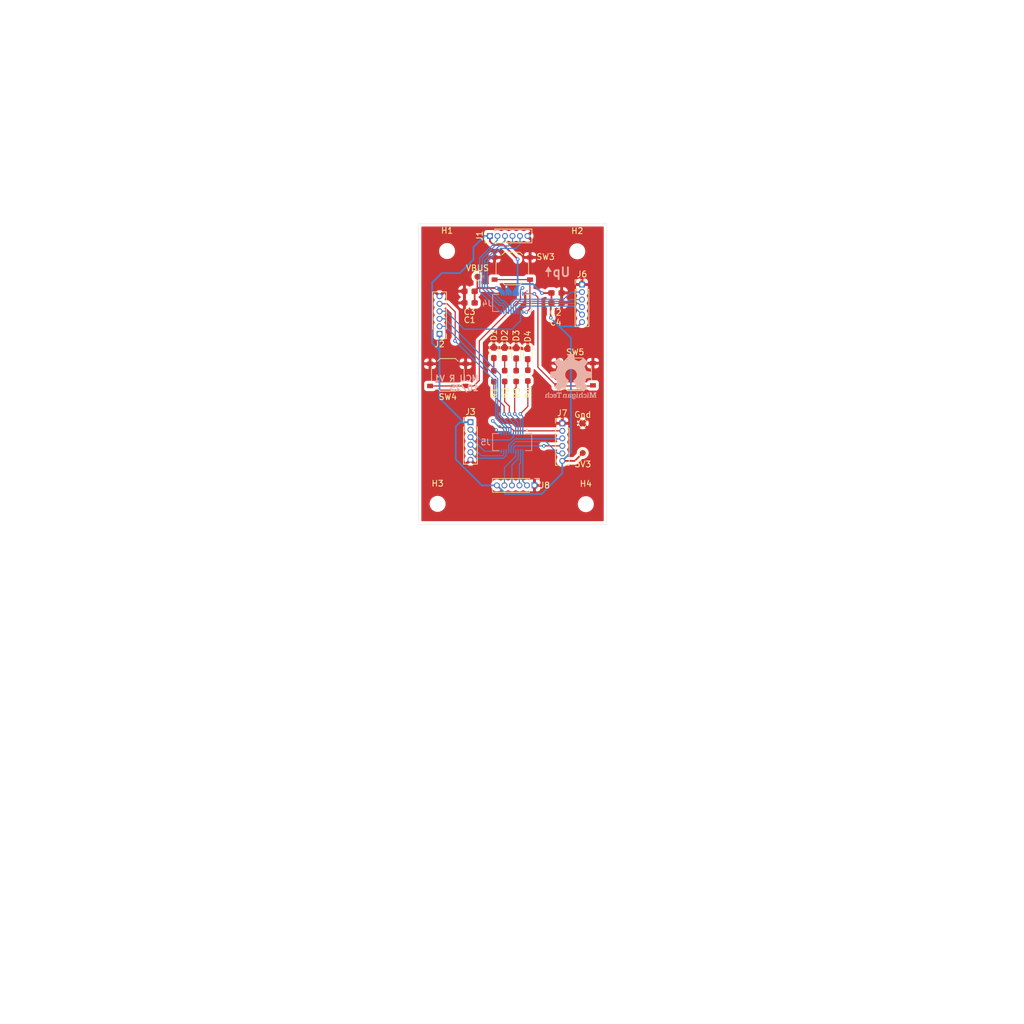
<source format=kicad_pcb>
(kicad_pcb (version 20241229) (generator "pcbnew") (generator_version "9.0")
  (layers (0 "F.Cu" signal) (2 "B.Cu" signal) (13 "F.Paste" user) (15 "B.Paste" user) (5 "F.SilkS" user "F.Silkscreen") (7 "B.SilkS" user "B.Silkscreen") (1 "F.Mask" user) (3 "B.Mask" user) (25 "Edge.Cuts" user))
  (net 0 "")
  (net 1 "GPIO4")
  (net 2 "GND")
  (net 3 "GPIO5")
  (net 4 "GPIO1")
  (net 5 "GPIO2")
  (net 6 "GPIO21")
  (net 7 "GPIO14")
  (net 8 "GPIO12")
  (net 9 "GPIO9")
  (net 10 "VCC_5V")
  (net 11 "GPIO11")
  (net 12 "GPIO3")
  (net 13 "VCC_3V3")
  (net 14 "GPIO8")
  (net 15 "GPIO48")
  (net 16 "GPIO10")
  (net 17 "GPIO18")
  (net 18 "GPIO13")
  (net 19 "GPIO47")
  (net 20 "GPIO16")
  (net 21 "RXD0")
  (net 22 "GPIO17")
  (net 23 "TXD0")
  (net 24 "GPIO7")
  (net 25 "GPIO42")
  (net 26 "GPIO36")
  (net 27 "GPIO6")
  (net 28 "GPIO37")
  (net 29 "GPIO38")
  (net 30 "GPIO15")
  (net 31 "GPIO41")
  (net 32 "GPIO35")
  (net 33 "Net-(D4-A)")
  (net 34 "Net-(D1-A)")
  (net 35 "Net-(D2-A)")
  (net 36 "Net-(D3-A)")
  (net 37 "GPIO39")
  (net 38 "GPIO40")
  (footprint "MCU_Carrier_Board:PinHeader_1x06_P1.27mm_Vertical" (layer "F.Cu") (at 154.375 87.9125)
    (property "Reference" "J7")
    (property "Value" "Conn_01x06_Pin")
  )
  (footprint "MCU_Carrier_Board:SW_Push_1P1T_XKB_TS-1187A" (layer "F.Cu") (at 156.55 79.625)
    (property "Reference" "SW5")
    (property "Value" "SW_Push")
  )
  (footprint "MCU_Carrier_Board:PinHeader_1x06_P1.27mm_Vertical" (layer "F.Cu") (at 157.7 64.46)
    (property "Reference" "J6")
    (property "Value" "Conn_01x06_Pin")
  )
  (footprint "MCU_Carrier_Board:TestPoint_Pad_D1.0mm" (layer "F.Cu") (at 157.825 87.9)
    (property "Reference" "Gnd")
    (property "Value" "TestPoint")
  )
  (footprint "MCU_Carrier_Board:PinHeader_1x06_P1.27mm_Vertical" (layer "F.Cu") (at 149.67 98.4 -90)
    (property "Reference" "J8")
    (property "Value" "Conn_01x06_Pin")
  )
  (footprint "MCU_Carrier_Board:TestPoint_Pad_D1.0mm" (layer "F.Cu") (at 157.825 92.925)
    (property "Reference" "3V3")
    (property "Value" "TestPoint")
  )
  (footprint "MCU_Carrier_Board:LED_0603_1608Metric_Pad1.05x0.95mm_HandSolder" (layer "F.Cu") (at 148.525 76.2 -90)
    (property "Reference" "D4")
    (property "Value" "LED")
  )
  (footprint "MCU_Carrier_Board:MountingHole_2.5mm" (layer "F.Cu") (at 134.9 58.8)
    (property "Reference" "H1")
    (property "Value" "MountingHole")
  )
  (footprint "MCU_Carrier_Board:SW_Push_1P1T_XKB_TS-1187A" (layer "F.Cu") (at 145.925 61.75)
    (property "Reference" "SW3")
    (property "Value" "SW_Push")
  )
  (footprint "MCU_Carrier_Board:LED_0603_1608Metric_Pad1.05x0.95mm_HandSolder" (layer "F.Cu") (at 146.575 76.075 -90)
    (property "Reference" "D3")
    (property "Value" "LED")
  )
  (footprint "MCU_Carrier_Board:LED_0603_1608Metric_Pad1.05x0.95mm_HandSolder" (layer "F.Cu") (at 142.8 76 -90)
    (property "Reference" "D1")
    (property "Value" "LED")
  )
  (footprint "MCU_Carrier_Board:LED_0603_1608Metric_Pad1.05x0.95mm_HandSolder" (layer "F.Cu") (at 144.625 76.025 -90)
    (property "Reference" "D2")
    (property "Value" "LED")
  )
  (footprint "MCU_Carrier_Board:C_0603_1608Metric_Pad1.08x0.95mm_HandSolder" (layer "F.Cu") (at 153.4 67.5625)
    (property "Reference" "C4")
    (property "Value" "10uF")
  )
  (footprint "MCU_Carrier_Board:R_0603_1608Metric_Pad0.98x0.95mm_HandSolder" (layer "F.Cu") (at 146.575 79.925 90)
    (property "Reference" "R3")
    (property "Value" "1K")
  )
  (footprint "MCU_Carrier_Board:R_0603_1608Metric_Pad0.98x0.95mm_HandSolder" (layer "F.Cu") (at 144.635 79.925 90)
    (property "Reference" "R2")
    (property "Value" "1K")
  )
  (footprint "MCU_Carrier_Board:MountingHole_2.5mm" (layer "F.Cu") (at 156.9 58.85)
    (property "Reference" "H2")
    (property "Value" "MountingHole")
  )
  (footprint "MCU_Carrier_Board:SW_Push_1P1T_XKB_TS-1187A" (layer "F.Cu") (at 135.025 79.725)
    (property "Reference" "SW4")
    (property "Value" "SW_Push")
  )
  (footprint "MCU_Carrier_Board:PinHeader_1x06_P1.27mm_Vertical" (layer "F.Cu") (at 142.145001 56.25 90)
    (property "Reference" "J1")
    (property "Value" "Conn_01x06_Pin")
  )
  (footprint "MCU_Carrier_Board:PinHeader_1x06_P1.27mm_Vertical" (layer "F.Cu") (at 133.625 72.79 180)
    (property "Reference" "J2")
    (property "Value" "Conn_01x06_Pin")
  )
  (footprint "MCU_Carrier_Board:R_0603_1608Metric_Pad0.98x0.95mm_HandSolder" (layer "F.Cu") (at 142.8 79.95 90)
    (property "Reference" "R1")
    (property "Value" "1K")
  )
  (footprint "MCU_Carrier_Board:C_0603_1608Metric_Pad1.08x0.95mm_HandSolder" (layer "F.Cu") (at 138.7 67.5625)
    (property "Reference" "C1")
    (property "Value" ".1uF")
  )
  (footprint "MCU_Carrier_Board:C_0603_1608Metric_Pad1.08x0.95mm_HandSolder" (layer "F.Cu") (at 138.7 65.6)
    (property "Reference" "C3")
    (property "Value" "10uF")
  )
  (footprint "MCU_Carrier_Board:R_0603_1608Metric_Pad0.98x0.95mm_HandSolder" (layer "F.Cu") (at 148.55 79.85 90)
    (property "Reference" "R4")
    (property "Value" "1K")
  )
  (footprint "MCU_Carrier_Board:C_0603_1608Metric_Pad1.08x0.95mm_HandSolder" (layer "F.Cu") (at 153.4 65.875)
    (property "Reference" "C2")
    (property "Value" ".1uF")
  )
  (footprint "MCU_Carrier_Board:PinHeader_1x06_P1.27mm_Vertical" (layer "F.Cu") (at 138.85 87.72)
    (property "Reference" "J3")
    (property "Value" "Conn_01x06_Pin")
  )
  (footprint "MCU_Carrier_Board:MountingHole_2.5mm" (layer "F.Cu") (at 133.3 101.525)
    (property "Reference" "H3")
    (property "Value" "MountingHole")
  )
  (footprint "MCU_Carrier_Board:TestPoint_Pad_D1.0mm" (layer "F.Cu") (at 140.025 63.125)
    (property "Reference" "VBUS")
    (property "Value" "TestPoint")
  )
  (footprint "MCU_Carrier_Board:MountingHole_2.5mm" (layer "F.Cu") (at 158.35 101.575)
    (property "Reference" "H4")
    (property "Value" "MountingHole")
  )
  (footprint "MCU_Carrier_Board:HRS_DF40C-20DS-0.4V_51_" (layer "B.Cu") (at 145.9 91.0875 180)
    (property "Reference" "J5")
    (property "Value" "Bottom Connector")
  )
  (footprint "MCU_Carrier_Board:HRS_DF40C-20DS-0.4V_51_" (layer "B.Cu") (at 145.9 67.5625 180)
    (property "Reference" "J4")
    (property "Value" "Top Connector")
  )
  (gr_poly (pts (xy 146.9 66.275) (xy 146.075 66.275) (xy 146.1 65.575) (xy 146.875 64.35)) (stroke (width 0.2)) (fill yes) (layer "B.Cu") (net 13))
  (gr_poly (pts (xy 153.086326 82.945599) (xy 153.049083 82.947613) (xy 153.032058 82.949234) (xy 153.016056 82.951309) (xy 153.001047 82.953873) (xy 152.987001 82.956962) (xy 152.973886 82.960609) (xy 152.961672 82.96485) (xy 152.95033 82.969718) (xy 152.939827 82.975249) (xy 152.930135 82.981477) (xy 152.921221 82.988437) (xy 152.913057 82.996163) (xy 152.90561 83.004691) (xy 152.898852 83.014053) (xy 152.89275 83.024286) (xy 152.887275 83.035424) (xy 152.882397 83.047501) (xy 152.878084 83.060552) (xy 152.874306 83.074612) (xy 152.871033 83.089714) (xy 152.868233 83.105895) (xy 152.865878 83.123188) (xy 152.863935 83.141628) (xy 152.861168 83.182088) (xy 152.859686 83.227551) (xy 152.859246 83.278294) (xy 152.859332 83.283341) (xy 152.859603 83.28791) (xy 152.860077 83.292025) (xy 152.860396 83.293917) (xy 152.860773 83.295704) (xy 152.86121 83.297387) (xy 152.86171 83.298969) (xy 152.862275 83.300453) (xy 152.862907 83.301841) (xy 152.863608 83.303136) (xy 152.864382 83.304341) (xy 152.865229 83.305457) (xy 152.866154 83.306489) (xy 152.867158 83.307437) (xy 152.868242 83.308306) (xy 152.869411 83.309097) (xy 152.870666 83.309813) (xy 152.872009 83.310457) (xy 152.873443 83.311032) (xy 152.87497 83.311539) (xy 152.876592 83.311982) (xy 152.878312 83.312363) (xy 152.880133 83.312685) (xy 152.884083 83.313161) (xy 152.888463 83.313431) (xy 152.89329 83.313517) (xy 153.258291 83.313517) (xy 153.257407 83.340397) (xy 153.25601 83.364357) (xy 153.253999 83.385563) (xy 153.251271 83.404176) (xy 153.247726 83.42036) (xy 153.245615 83.427593) (xy 153.243262 83.43428) (xy 153.240653 83.440441) (xy 153.237776 83.446098) (xy 153.234619 83.45127) (xy 153.231169 83.455977) (xy 153.227412 83.460242) (xy 153.223337 83.464083) (xy 153.218931 83.467521) (xy 153.214181 83.470577) (xy 153.209073 83.473271) (xy 153.203597 83.475623) (xy 153.197738 83.477655) (xy 153.191484 83.479386) (xy 153.177742 83.482027) (xy 153.162267 83.483712) (xy 153.144959 83.484602) (xy 153.125717 83.484863) (xy 153.106089 83.484634) (xy 153.088527 83.483915) (xy 153.072921 83.482656) (xy 153.059159 83.480807) (xy 153.047132 83.478318) (xy 153.041734 83.476818) (xy 153.036729 83.47514) (xy 153.032103 83.473276) (xy 153.027841 83.471222) (xy 153.02393 83.468971) (xy 153.020356 83.466516) (xy 153.017105 83.463851) (xy 153.014165 83.460971) (xy 153.01152 83.457869) (xy 153.009157 83.454538) (xy 153.007062 83.450972) (xy 153.005222 83.447166) (xy 153.003622 83.443113) (xy 153.00225 83.438807) (xy 153.00013 83.42941) (xy 152.998752 83.418926) (xy 152.998007 83.407305) (xy 152.997783 83.394497) (xy 152.860428 83.388606) (xy 152.860906 83.417411) (xy 152.862488 83.443599) (xy 152.863763 83.455743) (xy 152.865398 83.467272) (xy 152.867421 83.478199) (xy 152.869859 83.488537) (xy 152.872741 83.498299) (xy 152.876095 83.507498) (xy 152.879948 83.516148) (xy 152.884329 83.52426) (xy 152.889265 83.53185) (xy 152.894785 83.538929) (xy 152.900915 83.54551) (xy 152.907685 83.551608) (xy 152.915122 83.557234) (xy 152.923254 83.562402) (xy 152.932109 83.567126) (xy 152.941714 83.571417) (xy 152.952099 83.57529) (xy 152.96329 83.578758) (xy 152.975316 83.581833) (xy 152.988205 83.584528) (xy 153.001984 83.586858) (xy 153.016681 83.588834) (xy 153.032325 83.590471) (xy 153.048943 83.59178) (xy 153.085214 83.59347) (xy 153.125717 83.594011) (xy 153.167326 83.593351) (xy 153.204719 83.59121) (xy 153.2219 83.589508) (xy 153.238106 83.587344) (xy 153.253363 83.584687) (xy 153.267699 83.581507) (xy 153.281139 83.577774) (xy 153.293709 83.573457) (xy 153.305437 83.568525) (xy 153.316348 83.562948) (xy 153.32647 83.556695) (xy 153.335828 83.549736) (xy 153.344449 83.542041) (xy 153.352359 83.533578) (xy 153.359585 83.524318) (xy 153.366153 83.514229) (xy 153.37209 83.503282) (xy 153.377423 83.491446) (xy 153.382176 83.478689) (xy 153.386378 83.464982) (xy 153.390054 83.450295) (xy 153.393231 83.434596) (xy 153.395935 83.417855) (xy 153.398193 83.400042) (xy 153.401475 83.361076) (xy 153.403289 83.317454) (xy 153.403847 83.268931) (xy 153.403292 83.220809) (xy 153.258291 83.220809) (xy 152.998964 83.220809) (xy 152.999886 83.194554) (xy 153.001384 83.17114) (xy 153.003538 83.150409) (xy 153.006428 83.132202) (xy 153.008175 83.123995) (xy 153.010136 83.116361) (xy 153.012323 83.109278) (xy 153.014744 83.102728) (xy 153.017409 83.09669) (xy 153.02033 83.091145) (xy 153.023516 83.086072) (xy 153.026977 83.081453) (xy 153.030723 83.077267) (xy 153.034765 83.073494) (xy 153.039113 83.070115) (xy 153.043775 83.06711) (xy 153.048764 83.064459) (xy 153.054089 83.062142) (xy 153.059759 83.06014) (xy 153.065786 83.058433) (xy 153.078947 83.055823) (xy 153.093654 83.054155) (xy 153.109987 83.05327) (xy 153.128028 83.05301) (xy 153.146669 83.05327) (xy 153.163476 83.054155) (xy 153.171221 83.054881) (xy 153.178542 83.055823) (xy 153.185452 83.057) (xy 153.191961 83.058433) (xy 153.198081 83.06014) (xy 153.203824 83.062142) (xy 153.209202 83.064459) (xy 153.214226 83.06711) (xy 153.218907 83.070115) (xy 153.223258 83.073494) (xy 153.22729 83.077267) (xy 153.231015 83.081453) (xy 153.234444 83.086072) (xy 153.237588 83.091145) (xy 153.240461 83.09669) (xy 153.243072 83.102728) (xy 153.245434 83.109278) (xy 153.247559 83.116361) (xy 153.249457 83.123995) (xy 153.251141 83.132202) (xy 153.252622 83.140999) (xy 153.253913 83.150409) (xy 153.255966 83.17114) (xy 153.257395 83.194554) (xy 153.258291 83.220809) (xy 153.403292 83.220809) (xy 153.40329 83.220615) (xy 153.401479 83.177173) (xy 153.398208 83.138362) (xy 153.393267 83.10394) (xy 153.390105 83.088299) (xy 153.386448 83.073664) (xy 153.38227 83.060006) (xy 153.377544 83.047293) (xy 153.372245 83.035495) (xy 153.366347 83.024583) (xy 153.359823 83.014526) (xy 153.352648 83.005293) (xy 153.344795 82.996855) (xy 153.336239 82.98918) (xy 153.326954 82.982239) (xy 153.316913 82.976002) (xy 153.30609 82.970438) (xy 153.29446 82.965516) (xy 153.281997 82.961207) (xy 153.268674 82.95748) (xy 153.254465 82.954305) (xy 153.239345 82.951652) (xy 153.206267 82.947789) (xy 153.169231 82.945649) (xy 153.128028 82.94499)) (stroke (width -0.000001)) (fill yes) (layer "B.SilkS"))
  (gr_poly (pts (xy 158.160739 82.945519) (xy 158.124578 82.947189) (xy 158.09236 82.950122) (xy 158.063873 82.954439) (xy 158.05096 82.957155) (xy 158.038899 82.960263) (xy 158.027663 82.963778) (xy 158.017225 82.967715) (xy 158.007558 82.972089) (xy 157.998636 82.976917) (xy 157.99043 82.982212) (xy 157.982916 82.987991) (xy 157.976065 82.994268) (xy 157.96985 83.001059) (xy 157.964246 83.008379) (xy 157.959224 83.016244) (xy 157.954759 83.024667) (xy 157.950823 83.033666) (xy 157.947389 83.043254) (xy 157.944431 83.053448) (xy 157.941921 83.064262) (xy 157.939834 83.075712) (xy 157.936816 83.10058) (xy 157.935163 83.128173) (xy 157.93466 83.158614) (xy 158.074324 83.165616) (xy 158.074575 83.151097) (xy 158.07539 83.137849) (xy 158.076041 83.131687) (xy 158.076869 83.125826) (xy 158.077888 83.12026) (xy 158.07911 83.114982) (xy 158.080547 83.109988) (xy 158.08221 83.105271) (xy 158.084113 83.100826) (xy 158.086268 83.096647) (xy 158.088686 83.092728) (xy 158.091381 83.089063) (xy 158.094364 83.085647) (xy 158.097648 83.082474) (xy 158.101244 83.079537) (xy 158.105165 83.076832) (xy 158.109424 83.074353) (xy 158.114033 83.072093) (xy 158.119003 83.070047) (xy 158.124347 83.068209) (xy 158.130078 83.066574) (xy 158.136207 83.065135) (xy 158.142747 83.063888) (xy 158.149711 83.062825) (xy 158.157109 83.061942) (xy 158.164955 83.061232) (xy 158.182039 83.06031) (xy 158.20106 83.060013) (xy 158.22169 83.060348) (xy 158.240106 83.061481) (xy 158.248521 83.062408) (xy 158.256428 83.063606) (xy 158.263842 83.0651) (xy 158.270779 83.066913) (xy 158.277254 83.069071) (xy 158.283281 83.071597) (xy 158.288877 83.074514) (xy 158.294056 83.077848) (xy 158.298834 83.081622) (xy 158.303226 83.08586) (xy 158.307247 83.090586) (xy 158.310913 83.095825) (xy 158.314238 83.101599) (xy 158.317238 83.107934) (xy 158.319929 83.114854) (xy 158.322325 83.122382) (xy 158.324441 83.130542) (xy 158.326294 83.13936) (xy 158.327898 83.148857) (xy 158.329268 83.159059) (xy 158.33042 83.16999) (xy 158.331369 83.181674) (xy 158.332718 83.207396) (xy 158.333439 83.236418) (xy 158.333652 83.268931) (xy 158.333439 83.301639) (xy 158.332718 83.330804) (xy 158.331369 83.356625) (xy 158.329268 83.379298) (xy 158.326294 83.399023) (xy 158.322325 83.415995) (xy 158.319929 83.423511) (xy 158.317238 83.430413) (xy 158.314238 83.436726) (xy 158.310913 83.442475) (xy 158.307247 83.447684) (xy 158.303226 83.452378) (xy 158.298834 83.456581) (xy 158.294056 83.460319) (xy 158.288877 83.463616) (xy 158.283281 83.466496) (xy 158.277254 83.468986) (xy 158.270779 83.471108) (xy 158.256428 83.47435) (xy 158.240106 83.476422) (xy 158.22169 83.47752) (xy 158.20106 83.477842) (xy 158.181847 83.477598) (xy 158.164621 83.476826) (xy 158.149278 83.475467) (xy 158.135716 83.473459) (xy 158.129571 83.472194) (xy 158.123832 83.470744) (xy 158.118486 83.469101) (xy 158.113521 83.467259) (xy 158.108924 83.46521) (xy 158.104682 83.462946) (xy 158.100782 83.460459) (xy 158.097211 83.457743) (xy 158.093956 83.45479) (xy 158.091005 83.451592) (xy 158.088344 83.448141) (xy 158.085961 83.444431) (xy 158.083843 83.440453) (xy 158.081976 83.4362) (xy 158.080348 83.431665) (xy 158.078946 83.42684) (xy 158.077758 83.421717) (xy 158.07677 83.416289) (xy 158.075342 83.404488) (xy 158.074562 83.391376) (xy 158.074324 83.376894) (xy 157.93466 83.371002) (xy 157.935124 83.403103) (xy 157.936671 83.432149) (xy 157.939531 83.458274) (xy 157.941526 83.470284) (xy 157.943935 83.481615) (xy 157.946787 83.492284) (xy 157.950112 83.502308) (xy 157.953938 83.511704) (xy 157.958294 83.520489) (xy 157.963208 83.528679) (xy 157.96871 83.536293) (xy 157.974829 83.543346) (xy 157.981593 83.549856) (xy 157.98903 83.55584) (xy 157.99717 83.561315) (xy 158.006042 83.566297) (xy 158.015675 83.570805) (xy 158.026096 83.574854) (xy 158.037336 83.578462) (xy 158.049422 83.581645) (xy 158.062384 83.584422) (xy 158.076251 83.586808) (xy 158.09105 83.588821) (xy 158.123565 83.591795) (xy 158.160158 83.593479) (xy 158.20106 83.594011) (xy 158.24267 83.593351) (xy 158.280062 83.59121) (xy 158.297243 83.589508) (xy 158.313449 83.587344) (xy 158.328707 83.584687) (xy 158.343042 83.581507) (xy 158.356482 83.577774) (xy 158.369052 83.573457) (xy 158.38078 83.568525) (xy 158.391691 83.562948) (xy 158.401813 83.556695) (xy 158.411171 83.549736) (xy 158.419792 83.542041) (xy 158.427702 83.533578) (xy 158.434928 83.524318) (xy 158.441496 83.514229) (xy 158.447433 83.503282) (xy 158.452766 83.491446) (xy 158.457519 83.478689) (xy 158.461721 83.464982) (xy 158.465397 83.450295) (xy 158.468574 83.434596) (xy 158.471278 83.417855) (xy 158.473535 83.400042) (xy 158.476818 83.361076) (xy 158.478632 83.317454) (xy 158.47919 83.268931) (xy 158.478632 83.220615) (xy 158.476818 83.177173) (xy 158.473535 83.138362) (xy 158.468574 83.10394) (xy 158.465397 83.088299) (xy 158.461721 83.073664) (xy 158.457519 83.060006) (xy 158.452766 83.047293) (xy 158.447433 83.035495) (xy 158.441496 83.024583) (xy 158.434928 83.014526) (xy 158.427702 83.005293) (xy 158.419792 82.996855) (xy 158.411171 82.98918) (xy 158.401813 82.982239) (xy 158.391691 82.976002) (xy 158.38078 82.970438) (xy 158.369052 82.965516) (xy 158.356482 82.961207) (xy 158.343042 82.95748) (xy 158.328707 82.954305) (xy 158.313449 82.951652) (xy 158.280062 82.947789) (xy 158.24267 82.945649) (xy 158.20106 82.94499)) (stroke (width -0.000001)) (fill yes) (layer "B.SilkS"))
  (gr_poly (pts (xy 152.465236 82.945519) (xy 152.429078 82.947189) (xy 152.396863 82.950122) (xy 152.368376 82.954439) (xy 152.355463 82.957155) (xy 152.343402 82.960263) (xy 152.332166 82.963778) (xy 152.321727 82.967715) (xy 152.312059 82.972089) (xy 152.303135 82.976917) (xy 152.294928 82.982212) (xy 152.287412 82.987991) (xy 152.280559 82.994268) (xy 152.274343 83.001059) (xy 152.268736 83.008379) (xy 152.263713 83.016244) (xy 152.259246 83.024667) (xy 152.255308 83.033666) (xy 152.251872 83.043254) (xy 152.248912 83.053448) (xy 152.246401 83.064262) (xy 152.244312 83.075712) (xy 152.241292 83.10058) (xy 152.239638 83.128173) (xy 152.239134 83.158614) (xy 152.37878 83.165616) (xy 152.37903 83.151097) (xy 152.379847 83.137849) (xy 152.380498 83.131687) (xy 152.381327 83.125826) (xy 152.382346 83.12026) (xy 152.383569 83.114982) (xy 152.385006 83.109988) (xy 152.386671 83.105271) (xy 152.388575 83.100826) (xy 152.39073 83.096647) (xy 152.39315 83.092728) (xy 152.395845 83.089063) (xy 152.39883 83.085647) (xy 152.402114 83.082474) (xy 152.405712 83.079537) (xy 152.409635 83.076832) (xy 152.413895 83.074353) (xy 152.418505 83.072093) (xy 152.423477 83.070047) (xy 152.428823 83.068209) (xy 152.434555 83.066574) (xy 152.440686 83.065135) (xy 152.447227 83.063888) (xy 152.454192 83.062825) (xy 152.461592 83.061942) (xy 152.46944 83.061232) (xy 152.486527 83.06031) (xy 152.505552 83.060013) (xy 152.526188 83.060348) (xy 152.544609 83.061481) (xy 152.553027 83.062408) (xy 152.560936 83.063606) (xy 152.568352 83.0651) (xy 152.575291 83.066913) (xy 152.581768 83.069071) (xy 152.587797 83.071597) (xy 152.593394 83.074514) (xy 152.598575 83.077848) (xy 152.603354 83.081622) (xy 152.607747 83.08586) (xy 152.611769 83.090586) (xy 152.615435 83.095825) (xy 152.618761 83.101599) (xy 152.621762 83.107934) (xy 152.624453 83.114854) (xy 152.62685 83.122382) (xy 152.628967 83.130542) (xy 152.63082 83.13936) (xy 152.632424 83.148857) (xy 152.633794 83.159059) (xy 152.634946 83.16999) (xy 152.635895 83.181674) (xy 152.637245 83.207396) (xy 152.637965 83.236418) (xy 152.638178 83.268931) (xy 152.637965 83.301639) (xy 152.637245 83.330804) (xy 152.635895 83.356625) (xy 152.633794 83.379298) (xy 152.63082 83.399023) (xy 152.62685 83.415995) (xy 152.624453 83.423511) (xy 152.621762 83.430413) (xy 152.618761 83.436726) (xy 152.615435 83.442475) (xy 152.611769 83.447684) (xy 152.607747 83.452378) (xy 152.603354 83.456581) (xy 152.598575 83.460319) (xy 152.593394 83.463616) (xy 152.587797 83.466496) (xy 152.581768 83.468986) (xy 152.575291 83.471108) (xy 152.560936 83.47435) (xy 152.544609 83.476422) (xy 152.526188 83.47752) (xy 152.505552 83.477842) (xy 152.486335 83.477598) (xy 152.469106 83.476826) (xy 152.45376 83.475467) (xy 152.440195 83.473459) (xy 152.434048 83.472194) (xy 152.428307 83.470744) (xy 152.42296 83.469101) (xy 152.417994 83.467259) (xy 152.413395 83.46521) (xy 152.409152 83.462946) (xy 152.40525 83.460459) (xy 152.401678 83.457743) (xy 152.398422 83.45479) (xy 152.39547 83.451592) (xy 152.392808 83.448141) (xy 152.390423 83.444431) (xy 152.388304 83.440453) (xy 152.386436 83.4362) (xy 152.384808 83.431665) (xy 152.383405 83.42684) (xy 152.382216 83.421717) (xy 152.381227 83.416289) (xy 152.379799 83.404488) (xy 152.379018 83.391376) (xy 152.37878 83.376894) (xy 152.239134 83.371002) (xy 152.239599 83.403103) (xy 152.241147 83.432149) (xy 152.24401 83.458274) (xy 152.246006 83.470284) (xy 152.248416 83.481615) (xy 152.251271 83.492284) (xy 152.254597 83.502308) (xy 152.258425 83.511704) (xy 152.262783 83.520489) (xy 152.267699 83.528679) (xy 152.273203 83.536293) (xy 152.279323 83.543346) (xy 152.286089 83.549856) (xy 152.293528 83.55584) (xy 152.30167 83.561315) (xy 152.310543 83.566297) (xy 152.320176 83.570805) (xy 152.330599 83.574854) (xy 152.341839 83.578462) (xy 152.353926 83.581645) (xy 152.366888 83.584422) (xy 152.380754 83.586808) (xy 152.395553 83.588821) (xy 152.428066 83.591795) (xy 152.464655 83.593479) (xy 152.505552 83.594011) (xy 152.547167 83.593351) (xy 152.584565 83.59121) (xy 152.601749 83.589508) (xy 152.617957 83.587344) (xy 152.633217 83.584687) (xy 152.647554 83.581507) (xy 152.660995 83.577774) (xy 152.673568 83.573457) (xy 152.685297 83.568525) (xy 152.69621 83.562948) (xy 152.706332 83.556695) (xy 152.715691 83.549736) (xy 152.724313 83.542041) (xy 152.732224 83.533578) (xy 152.739451 83.524318) (xy 152.74602 83.514229) (xy 152.751958 83.503282) (xy 152.757291 83.491446) (xy 152.762045 83.478689) (xy 152.766247 83.464982) (xy 152.769923 83.450295) (xy 152.7731 83.434596) (xy 152.775804 83.417855) (xy 152.778062 83.400042) (xy 152.781345 83.361076) (xy 152.783159 83.317454) (xy 152.783717 83.268931) (xy 152.783159 83.220615) (xy 152.781345 83.177173) (xy 152.778062 83.138362) (xy 152.7731 83.10394) (xy 152.769923 83.088299) (xy 152.766247 83.073664) (xy 152.762045 83.060006) (xy 152.757291 83.047293) (xy 152.751958 83.035495) (xy 152.746021 83.024583) (xy 152.739452 83.014526) (xy 152.732225 83.005293) (xy 152.724314 82.996855) (xy 152.715692 82.98918) (xy 152.706333 82.982239) (xy 152.69621 82.976002) (xy 152.685297 82.970438) (xy 152.673568 82.965516) (xy 152.660996 82.961207) (xy 152.647554 82.95748) (xy 152.633217 82.954305) (xy 152.617957 82.951652) (xy 152.584565 82.947789) (xy 152.547167 82.945649) (xy 152.505552 82.94499)) (stroke (width -0.000001)) (fill yes) (layer "B.SilkS"))
  (gr_poly (pts (xy 155.40289 76.187599) (xy 155.400894 76.187747) (xy 155.398908 76.187992) (xy 155.396934 76.18833) (xy 155.394975 76.18876) (xy 155.393035 76.189278) (xy 155.391116 76.189882) (xy 155.389222 76.19057) (xy 155.387355 76.19134) (xy 155.385518 76.192188) (xy 155.383714 76.193113) (xy 155.381947 76.194111) (xy 155.380219 76.195181) (xy 155.378533 76.19632) (xy 155.376893 76.197526) (xy 155.3753 76.198796) (xy 155.373759 76.200127) (xy 155.372272 76.201518) (xy 155.370842 76.202965) (xy 155.369473 76.204467) (xy 155.368166 76.20602) (xy 155.366926 76.207623) (xy 155.365755 76.209273) (xy 155.364656 76.210967) (xy 155.363632 76.212703) (xy 155.362686 76.214479) (xy 155.361822 76.216292) (xy 155.361041 76.218139) (xy 155.360347 76.220019) (xy 155.359744 76.221928) (xy 155.359233 76.223864) (xy 155.358819 76.225826) (xy 155.192572 77.119094) (xy 155.192153 77.121074) (xy 155.191643 77.123061) (xy 155.191046 77.125051) (xy 155.190364 77.12704) (xy 155.188759 77.131006) (xy 155.18685 77.134933) (xy 155.184659 77.138795) (xy 155.182209 77.142567) (xy 155.179523 77.146222) (xy 155.176622 77.149735) (xy 155.173531 77.153081) (xy 155.17027 77.156233) (xy 155.166863 77.159167) (xy 155.163332 77.161855) (xy 155.1597 77.164273) (xy 155.15599 77.166395) (xy 155.154112 77.167337) (xy 155.152223 77.168195) (xy 155.150325 77.168966) (xy 155.148422 77.169647) (xy 154.549741 77.414705) (xy 154.546025 77.416339) (xy 154.542083 77.417705) (xy 154.53795 77.418804) (xy 154.533661 77.41964) (xy 154.529251 77.420213) (xy 154.524754 77.420526) (xy 154.520204 77.420582) (xy 154.515638 77.420382) (xy 154.51109 77.419929) (xy 154.506593 77.419226) (xy 154.502184 77.418273) (xy 154.497897 77.417074) (xy 154.493766 77.41563) (xy 154.489826 77.413944) (xy 154.486113 77.412018) (xy 154.48266 77.409854) (xy 153.736411 76.89778) (xy 153.734728 76.896682) (xy 153.732995 76.895669) (xy 153.731217 76.894742) (xy 153.729396 76.893899) (xy 153.727538 76.893141) (xy 153.725644 76.892467) (xy 153.72372 76.891876) (xy 153.72177 76.891369) (xy 153.719796 76.890945) (xy 153.717803 76.890604) (xy 153.713774 76.890168) (xy 153.709713 76.890058) (xy 153.705651 76.890272) (xy 153.701619 76.890807) (xy 153.697646 76.891659) (xy 153.693762 76.892826) (xy 153.691864 76.893526) (xy 153.689999 76.894305) (xy 153.688172 76.89516) (xy 153.686387 76.896093) (xy 153.684647 76.897102) (xy 153.682955 76.898187) (xy 153.681317 76.899348) (xy 153.679735 76.900585) (xy 153.678214 76.901897) (xy 153.676757 76.903283) (xy 153.048319 77.531704) (xy 153.046933 77.533162) (xy 153.045622 77.534686) (xy 153.044387 77.53627) (xy 153.043228 77.537911) (xy 153.042146 77.539605) (xy 153.04114 77.541348) (xy 153.03936 77.544967) (xy 153.037889 77.548737) (xy 153.03673 77.552627) (xy 153.035886 77.556607) (xy 153.035358 77.560647) (xy 153.035149 77.564715) (xy 153.035261 77.568781) (xy 153.035696 77.572815) (xy 153.036457 77.576786) (xy 153.037545 77.580664) (xy 153.038213 77.582558) (xy 153.038963 77.584417) (xy 153.039797 77.586237) (xy 153.040713 77.588015) (xy 153.041713 77.589747) (xy 153.042797 77.591429) (xy 153.545982 78.324783) (xy 153.548146 78.328257) (xy 153.550066 78.331982) (xy 153.551741 78.335924) (xy 153.553167 78.34005) (xy 153.554343 78.344325) (xy 153.555267 78.348716) (xy 153.555936 78.353189) (xy 153.556349 78.357711) (xy 153.556504 78.362246) (xy 153.556399 78.366763) (xy 153.556031 78.371226) (xy 153.555398 78.375603) (xy 153.554499 78.379859) (xy 153.55333 78.38396) (xy 153.551891 78.387873) (xy 153.55018 78.391564) (xy 153.285455 79.009154) (xy 153.283946 79.012945) (xy 153.282088 79.016702) (xy 153.279908 79.020403) (xy 153.277433 79.024026) (xy 153.27469 79.027547) (xy 153.271704 79.030945) (xy 153.268502 79.034196) (xy 153.265111 79.037279) (xy 153.261557 79.040172) (xy 153.257867 79.04285) (xy 153.254068 79.045293) (xy 153.250186 79.047477) (xy 153.246247 79.049381) (xy 153.242277 79.050981) (xy 153.238305 79.052255) (xy 153.234356 79.053181) (xy 152.37072 79.21373) (xy 152.370721 79.21373) (xy 152.368761 79.214155) (xy 152.366826 79.214675) (xy 152.364919 79.215288) (xy 152.363041 79.215989) (xy 152.361194 79.216776) (xy 152.359383 79.217647) (xy 152.357609 79.218598) (xy 152.355874 79.219626) (xy 152.352532 79.221903) (xy 152.349379 79.224455) (xy 152.346432 79.227257) (xy 152.343713 79.230288) (xy 152.341241 79.233524) (xy 152.339036 79.23694) (xy 152.337118 79.240515) (xy 152.336272 79.242354) (xy 152.335505 79.244224) (xy 152.33482 79.246122) (xy 152.334219 79.248045) (xy 152.333705 79.24999) (xy 152.333279 79.251954) (xy 152.332944 79.253935) (xy 152.332704 79.255928) (xy 152.33256 79.257932) (xy 152.332515 79.259943) (xy 152.332656 80.14875) (xy 152.332706 80.150758) (xy 152.332854 80.15276) (xy 152.333099 80.154752) (xy 152.333437 80.156732) (xy 152.333866 80.158696) (xy 152.334383 80.160642) (xy 152.334987 80.162565) (xy 152.335674 80.164465) (xy 152.336443 80.166336) (xy 152.337291 80.168177) (xy 152.338215 80.169985) (xy 152.339213 80.171756) (xy 152.340282 80.173487) (xy 152.34142 80.175176) (xy 152.342625 80.176819) (xy 152.343894 80.178414) (xy 152.345225 80.179957) (xy 152.346614 80.181445) (xy 152.348061 80.182876) (xy 152.349562 80.184246) (xy 152.351115 80.185553) (xy 152.352717 80.186793) (xy 152.354366 80.187964) (xy 152.356059 80.189062) (xy 152.357795 80.190085) (xy 152.35957 80.191029) (xy 152.361382 80.191891) (xy 152.363229 80.192669) (xy 152.365108 80.193359) (xy 152.367017 80.193959) (xy 152.368954 80.194465) (xy 152.370915 80.194875) (xy 153.213348 80.351649) (xy 153.215327 80.352055) (xy 153.217311 80.352553) (xy 153.219296 80.35314) (xy 153.22128 80.353814) (xy 153.225228 80.355408) (xy 153.229132 80.357312) (xy 153.232965 80.359503) (xy 153.236703 80.361958) (xy 153.240319 80.364654) (xy 153.24379 80.367566) (xy 153.247089 80.370673) (xy 153.250192 80.373951) (xy 153.253073 80.377377) (xy 153.255706 80.380926) (xy 153.258068 80.384577) (xy 153.260132 80.388306) (xy 153.261873 80.39209) (xy 153.262614 80.393995) (xy 153.263266 80.395905) (xy 153.526261 81.052866) (xy 153.527888 81.056605) (xy 153.529245 81.060564) (xy 153.530335 81.064709) (xy 153.53116 81.069005) (xy 153.531723 81.073419) (xy 153.532026 81.077917) (xy 153.532072 81.082463) (xy 153.531864 81.087025) (xy 153.531403 81.091569) (xy 153.530694 81.096059) (xy 153.529737 81.100462) (xy 153.528536 81.104745) (xy 153.527093 81.108872) (xy 153.525411 81.11281) (xy 153.523493 81.116524) (xy 153.52134 81.119982) (xy 153.042797 81.817282) (xy 153.0417 81.818961) (xy 153.040689 81.82069) (xy 153.039763 81.822465) (xy 153.038922 81.824284) (xy 153.038165 81.826142) (xy 153.037492 81.828034) (xy 153.036903 81.829958) (xy 153.036397 81.83191) (xy 153.035974 81.833885) (xy 153.035633 81.83588) (xy 153.035199 81.839914) (xy 153.03509 81.843981) (xy 153.035305 81.848051) (xy 153.03584 81.852092) (xy 153.036692 81.856074) (xy 153.03786 81.859967) (xy 153.038561 81.86187) (xy 153.039339 81.863739) (xy 153.040195 81.86557) (xy 153.041127 81.867359) (xy 153.042136 81.869104) (xy 153.043222 81.870798) (xy 153.044383 81.87244) (xy 153.04562 81.874025) (xy 153.046932 81.875548) (xy 153.048318 81.877007) (xy 153.67688 82.505499) (xy 153.678326 82.506874) (xy 153.679838 82.508175) (xy 153.681411 82.509402) (xy 153.683043 82.510554) (xy 153.684728 82.511631) (xy 153.686464 82.512633) (xy 153.69007 82.514408) (xy 153.69383 82.515877) (xy 153.697714 82.517037) (xy 153.70169 82.517885) (xy 153.705728 82.518419) (xy 153.709796 82.518635) (xy 153.713864 82.518531) (xy 153.7179 82.518103) (xy 153.721875 82.51735) (xy 153.725756 82.516268) (xy 153.727652 82.515602) (xy 153.729514 82.514854) (xy 153.731337 82.514021) (xy 153.733117 82.513105) (xy 153.73485 82.512105) (xy 153.736534 82.511019) (xy 154.421523 82.040837) (xy 154.424967 82.038702) (xy 154.428656 82.03683) (xy 154.432556 82.03522) (xy 154.436633 82.033874) (xy 154.440854 82.032793) (xy 154.445186 82.031978) (xy 154.449594 82.031428) (xy 154.454045 82.031146) (xy 154.458505 82.031133) (xy 154.462942 82.031388) (xy 154.467321 82.031913) (xy 154.471609 82.032708) (xy 154.475771 82.033775) (xy 154.479776 82.035115) (xy 154.483588 82.036728) (xy 154.487175 82.038614) (xy 154.789241 82.199887) (xy 154.791046 82.200743) (xy 154.792866 82.201495) (xy 154.794698 82.202145) (xy 154.796539 82.202693) (xy 154.798387 82.203141) (xy 154.800237 82.203491) (xy 154.802086 82.203743) (xy 154.803932 82.203898) (xy 154.805772 82.203957) (xy 154.807601 82.203922) (xy 154.809417 82.203794) (xy 154.811217 82.203574) (xy 154.812998 82.203263) (xy 154.814755 82.202863) (xy 154.816488 82.202373) (xy 154.818191 82.201796) (xy 154.819862 82.201133) (xy 154.821497 82.200385) (xy 154.823094 82.199553) (xy 154.82465 82.198638) (xy 154.82616 82.197641) (xy 154.827623 82.196564) (xy 154.829035 82.195407) (xy 154.830392 82.194172) (xy 154.831691 82.19286) (xy 154.83293 82.191472) (xy 154.834105 82.190009) (xy 154.835213 82.188473) (xy 154.836251 82.186864) (xy 154.837216 82.185183) (xy 154.838104 82.183433) (xy 154.838912 82.181613) (xy 155.461705 80.676593) (xy 155.462423 80.674722) (xy 155.463046 80.672822) (xy 155.463574 80.670897) (xy 155.46401 80.668951) (xy 155.464353 80.666987) (xy 155.464607 80.665008) (xy 155.464771 80.663019) (xy 155.464848 80.661022) (xy 155.464837 80.659022) (xy 155.464741 80.657022) (xy 155.46456 80.655026) (xy 155.464297 80.653037) (xy 155.463951 80.651059) (xy 155.463524 80.649096) (xy 155.463018 80.64715) (xy 155.462433 80.645227) (xy 155.461772 80.643328) (xy 155.461034 80.641459) (xy 155.460221 80.639622) (xy 155.459335 80.637821) (xy 155.458376 80.63606) (xy 155.457347 80.634343) (xy 155.456247 80.632672) (xy 155.455078 80.631052) (xy 155.453842 80.629486) (xy 155.452539 80.627977) (xy 155.451172 80.626531) (xy 155.44974 80.625149) (xy 155.448245 80.623835) (xy 155.446689 80.622594) (xy 155.445073 80.621429) (xy 155.443397 80.620343) (xy 155.367796 80.574023) (xy 155.362367 80.570562) (xy 155.356566 80.566612) (xy 155.350504 80.562259) (xy 155.34429 80.557588) (xy 155.338036 80.552683) (xy 155.331852 80.547631) (xy 155.325848 80.542515) (xy 155.320136 80.537422) (xy 155.270085 80.503168) (xy 155.222319 80.465975) (xy 155.17697 80.425974) (xy 155.134167 80.383293) (xy 155.094039 80.338064) (xy 155.056718 80.290415) (xy 155.022334 80.240476) (xy 154.991017 80.188377) (xy 154.962896 80.134248) (xy 154.938102 80.078218) (xy 154.916766 80.020416) (xy 154.899017 79.960974) (xy 154.884986 79.900019) (xy 154.874802 79.837683) (xy 154.868597 79.774094) (xy 154.866499 79.709382) (xy 154.867778 79.658802) (xy 154.871574 79.608886) (xy 154.877824 79.559696) (xy 154.886467 79.511293) (xy 154.897442 79.463738) (xy 154.910687 79.417095) (xy 154.926139 79.371424) (xy 154.943737 79.326788) (xy 154.96342 79.283247) (xy 154.985125 79.240865) (xy 155.008792 79.199702) (xy 155.034357 79.159821) (xy 155.06176 79.121283) (xy 155.090938 79.08415) (xy 155.12183 79.048484) (xy 155.154375 79.014346) (xy 155.18851 78.981799) (xy 155.224173 78.950904) (xy 155.261303 78.921722) (xy 155.299839 78.894317) (xy 155.339718 78.868748) (xy 155.380878 78.845079) (xy 155.423259 78.823371) (xy 155.466798 78.803686) (xy 155.511433 78.786086) (xy 155.557102 78.770631) (xy 155.603745 78.757385) (xy 155.651299 78.746409) (xy 155.699702 78.737764) (xy 155.748893 78.731513) (xy 155.79881 78.727717) (xy 155.849391 78.726438) (xy 155.899973 78.727717) (xy 155.94989 78.731513) (xy 155.999083 78.737764) (xy 156.047488 78.746409) (xy 156.095044 78.757385) (xy 156.14169 78.770631) (xy 156.187363 78.786086) (xy 156.232001 78.803686) (xy 156.275544 78.823371) (xy 156.317928 78.845079) (xy 156.359093 78.868748) (xy 156.398977 78.894317) (xy 156.437517 78.921722) (xy 156.474652 78.950904) (xy 156.510321 78.981799) (xy 156.54446 79.014346) (xy 156.57701 79.048484) (xy 156.607907 79.08415) (xy 156.63709 79.121283) (xy 156.664498 79.159821) (xy 156.690068 79.199702) (xy 156.713738 79.240865) (xy 156.735448 79.283247) (xy 156.755134 79.326788) (xy 156.772736 79.371424) (xy 156.788192 79.417095) (xy 156.801439 79.463738) (xy 156.812416 79.511293) (xy 156.821061 79.559696) (xy 156.827313 79.608886) (xy 156.83111 79.658802) (xy 156.832389 79.709382) (xy 156.831861 79.74187) (xy 156.83029 79.774094) (xy 156.827692 79.806037) (xy 156.824082 79.837683) (xy 156.819477 79.869015) (xy 156.813894 79.900019) (xy 156.807349 79.930677) (xy 156.799858 79.960974) (xy 156.791437 79.990892) (xy 156.782103 80.020416) (xy 156.771872 80.04953) (xy 156.760761 80.078218) (xy 156.748785 80.106462) (xy 156.735961 80.134248) (xy 156.707834 80.188377) (xy 156.676511 80.240476) (xy 156.642122 80.290415) (xy 156.604798 80.338064) (xy 156.564669 80.383293) (xy 156.521866 80.425974) (xy 156.476519 80.465975) (xy 156.428759 80.503168) (xy 156.378716 80.537422) (xy 156.372988 80.542515) (xy 156.366973 80.547631) (xy 156.360781 80.552683) (xy 156.354518 80.557588) (xy 156.348292 80.562259) (xy 156.342211 80.566612) (xy 156.336383 80.570562) (xy 156.330915 80.574023) (xy 156.255332 80.620343) (xy 156.253651 80.621429) (xy 156.252031 80.622594) (xy 156.250471 80.623835) (xy 156.248974 80.625149) (xy 156.24754 80.62653) (xy 156.24617 80.627977) (xy 156.243629 80.631052) (xy 156.241361 80.634342) (xy 156.239374 80.637821) (xy 156.237679 80.641459) (xy 156.236284 80.645227) (xy 156.2352 80.649096) (xy 156.234435 80.653037) (xy 156.234 80.657022) (xy 156.233903 80.661022) (xy 156.234155 80.665008) (xy 156.234414 80.666987) (xy 156.234764 80.668951) (xy 156.235206 80.670897) (xy 156.23574 80.672822) (xy 156.236369 80.674722) (xy 156.237093 80.676593) (xy 156.85994 82.181543) (xy 156.860748 82.183363) (xy 156.861636 82.185114) (xy 156.8626 82.186795) (xy 156.863638 82.188405) (xy 156.864746 82.189943) (xy 156.865921 82.191408) (xy 156.86716 82.192798) (xy 156.868459 82.194112) (xy 156.869815 82.195349) (xy 156.871226 82.196508) (xy 156.872688 82.197588) (xy 156.874198 82.198587) (xy 156.875753 82.199504) (xy 156.877349 82.200339) (xy 156.878983 82.201089) (xy 156.880652 82.201755) (xy 156.882354 82.202333) (xy 156.884084 82.202825) (xy 156.885839 82.203227) (xy 156.887617 82.203539) (xy 156.889415 82.20376) (xy 156.891228 82.203889) (xy 156.893054 82.203924) (xy 156.89489 82.203864) (xy 156.896732 82.203709) (xy 156.898577 82.203456) (xy 156.900423 82.203105) (xy 156.902265 82.202655) (xy 156.904102 82.202104) (xy 156.905928 82.201451) (xy 156.907742 82.200695) (xy 156.909541 82.199834) (xy 157.21166 82.038545) (xy 157.215238 82.036661) (xy 157.219044 82.035053) (xy 157.223044 82.033718) (xy 157.227204 82.032656) (xy 157.231491 82.031865) (xy 157.235871 82.031344) (xy 157.24031 82.031093) (xy 157.244774 82.03111) (xy 157.24923 82.031393) (xy 157.253644 82.031943) (xy 157.257981 82.032758) (xy 157.262209 82.033836) (xy 157.266293 82.035178) (xy 157.2702 82.03678) (xy 157.273896 82.038644) (xy 157.277346 82.040767) (xy 157.962265 82.510949) (xy 157.963946 82.512034) (xy 157.965678 82.513035) (xy 157.967456 82.513951) (xy 157.969276 82.514783) (xy 157.971136 82.515532) (xy 157.973029 82.516197) (xy 157.974954 82.51678) (xy 157.976906 82.51728) (xy 157.978881 82.517698) (xy 157.980876 82.518034) (xy 157.984908 82.518461) (xy 157.988971 82.518566) (xy 157.993036 82.518351) (xy 157.99707 82.517818) (xy 158.001045 82.516971) (xy 158.004928 82.515812) (xy 158.006826 82.515117) (xy 158.008689 82.514345) (xy 158.010514 82.513496) (xy 158.012298 82.512572) (xy 158.014035 82.511571) (xy 158.015723 82.510495) (xy 158.017358 82.509345) (xy 158.018935 82.508119) (xy 158.020451 82.506819) (xy 158.021902 82.505446) (xy 158.650534 81.876937) (xy 158.651914 81.87548) (xy 158.65322 81.873958) (xy 158.654451 81.872376) (xy 158.655607 81.870736) (xy 158.656687 81.869044) (xy 158.657692 81.867302) (xy 158.659473 81.863686) (xy 158.660946 81.859919) (xy 158.662109 81.85603) (xy 158.662958 81.852052) (xy 158.663492 81.848014) (xy 158.663707 81.843946) (xy 158.663599 81.839879) (xy 158.663167 81.835845) (xy 158.662408 81.831872) (xy 158.661318 81.827992) (xy 158.660648 81.826096) (xy 158.659895 81.824235) (xy 158.659058 81.822412) (xy 158.658136 81.820631) (xy 158.657129 81.818896) (xy 158.656037 81.817212) (xy 158.177565 81.119911) (xy 158.175391 81.116465) (xy 158.173455 81.112759) (xy 158.171759 81.108827) (xy 158.170305 81.104704) (xy 158.169096 81.100424) (xy 158.168133 81.09602) (xy 158.167419 81.091529) (xy 158.166955 81.086984) (xy 158.166745 81.082419) (xy 158.166789 81.077869) (xy 158.167091 81.073369) (xy 158.167653 81.068952) (xy 158.168476 81.064654) (xy 158.169563 81.060508) (xy 158.170916 81.05655) (xy 158.172538 81.052813) (xy 158.435534 80.395905) (xy 158.436184 80.393989) (xy 158.436925 80.392078) (xy 158.438668 80.388284) (xy 158.440736 80.384546) (xy 158.443105 80.380888) (xy 158.445747 80.377333) (xy 158.448639 80.373903) (xy 158.451753 80.370621) (xy 158.455064 80.367511) (xy 158.458547 80.364596) (xy 158.462176 80.361899) (xy 158.465925 80.359443) (xy 158.469769 80.35725) (xy 158.473682 80.355344) (xy 158.477637 80.353748) (xy 158.48161 80.352486) (xy 158.483595 80.351986) (xy 158.485575 80.351579) (xy 159.327936 80.194805) (xy 159.329902 80.194401) (xy 159.331842 80.1939) (xy 159.333755 80.193305) (xy 159.335639 80.192619) (xy 159.33749 80.191844) (xy 159.339306 80.190985) (xy 159.341085 80.190043) (xy 159.342824 80.189022) (xy 159.344521 80.187926) (xy 159.346173 80.186756) (xy 159.349334 80.184211) (xy 159.352288 80.18141) (xy 159.355013 80.178378) (xy 159.357492 80.175141) (xy 159.359704 80.171721) (xy 159.361629 80.168144) (xy 159.363248 80.164434) (xy 159.363937 80.162537) (xy 159.364542 80.160615) (xy 159.36506 80.158672) (xy 159.36549 80.156712) (xy 159.365829 80.154736) (xy 159.366074 80.152748) (xy 159.366222 80.150752) (xy 159.366272 80.14875) (xy 159.366313 79.399151) (xy 159.177118 79.399151) (xy 159.177076 80.051578) (xy 158.451516 80.186568) (xy 158.441331 80.188763) (xy 158.431595 80.191224) (xy 158.422287 80.193941) (xy 158.413382 80.1969) (xy 158.404857 80.200089) (xy 158.396691 80.203496) (xy 158.388858 80.207109) (xy 158.381338 80.210917) (xy 158.374105 80.214906) (xy 158.367138 80.219064) (xy 158.360413 80.22338) (xy 158.353907 80.227841) (xy 158.347597 80.232435) (xy 158.341461 80.23715) (xy 158.335474 80.241973) (xy 158.329614 80.246893) (xy 158.31942 80.256596) (xy 158.314432 80.261633) (xy 158.309526 80.266818) (xy 158.304709 80.272172) (xy 158.299987 80.277711) (xy 158.295368 80.283456) (xy 158.290859 80.289425) (xy 158.286466 80.295637) (xy 158.282196 80.30211) (xy 158.278056 80.308863) (xy 158.274054 80.315915) (xy 158.270195 80.323285) (xy 158.266487 80.330991) (xy 158.262937 80.339052) (xy 158.259552 80.347488) (xy 157.997967 81.00115) (xy 157.995098 81.00815) (xy 157.9925 81.015036) (xy 157.990161 81.021814) (xy 157.988069 81.028488) (xy 157.986211 81.035061) (xy 157.984573 81.041538) (xy 157.983144 81.047924) (xy 157.981911 81.054223) (xy 157.980862 81.060439) (xy 157.979982 81.066576) (xy 157.979261 81.072639) (xy 157.978684 81.078632) (xy 157.977916 81.090426) (xy 157.977577 81.101991) (xy 157.978353 81.119623) (xy 157.979055 81.128401) (xy 157.980006 81.137175) (xy 157.981235 81.14596) (xy 157.982773 81.154773) (xy 157.984648 81.163629) (xy 157.98689 81.172545) (xy 157.989529 81.181535) (xy 157.992595 81.190617) (xy 157.996117 81.199805) (xy 158.000124 81.209115) (xy 158.004647 81.218564) (xy 158.009715 81.228168) (xy 158.015357 81.237941) (xy 158.021603 81.2479) (xy 158.433242 81.847852) (xy 157.971756 82.309179) (xy 157.384575 81.906096) (xy 157.375 81.9) (xy 157.365553 81.894482) (xy 157.356226 81.889515) (xy 157.34701 81.885071) (xy 157.337899 81.881125) (xy 157.328884 81.87765) (xy 157.319957 81.874619) (xy 157.311111 81.872006) (xy 157.302338 81.869784) (xy 157.29363 81.867925) (xy 157.28498 81.866405) (xy 157.276379 81.865195) (xy 157.26782 81.864269) (xy 157.259296 81.863602) (xy 157.250797 81.863165) (xy 157.242317 81.862933) (xy 157.228438 81.863356) (xy 157.221398 81.863808) (xy 157.214288 81.864443) (xy 157.207106 81.865279) (xy 157.199847 81.866333) (xy 157.19251 81.867623) (xy 157.185092 81.869166) (xy 157.17759 81.870981) (xy 157.170001 81.873084) (xy 157.162323 81.875493) (xy 157.154553 81.878225) (xy 157.146688 81.881299) (xy 157.138725 81.884731) (xy 157.130662 81.88854) (xy 157.122496 81.892743) (xy 156.970008 81.974234) (xy 156.458163 80.737166) (xy 156.462763 80.733792) (xy 156.467273 80.730399) (xy 156.471706 80.726984) (xy 156.476075 80.72354) (xy 156.480395 80.720063) (xy 156.484679 80.716548) (xy 156.493194 80.709385) (xy 156.551492 80.668478) (xy 156.607125 80.624155) (xy 156.659941 80.576569) (xy 156.709789 80.525873) (xy 156.756518 80.472218) (xy 156.799978 80.415758) (xy 156.840017 80.356645) (xy 156.876485 80.295032) (xy 156.90923 80.23107) (xy 156.938101 80.164914) (xy 156.962948 80.096714) (xy 156.98362 80.026624) (xy 156.999965 79.954796) (xy 157.011833 79.881382) (xy 157.019072 79.806536) (xy 157.021532 79.730409) (xy 157.019986 79.670081) (xy 157.015442 79.610546) (xy 157.007971 79.551878) (xy 156.997649 79.494151) (xy 156.984549 79.437438) (xy 156.968744 79.381812) (xy 156.950307 79.327347) (xy 156.929313 79.274117) (xy 156.905834 79.222195) (xy 156.879945 79.171655) (xy 156.851719 79.12257) (xy 156.821229 79.075014) (xy 156.788549 79.02906) (xy 156.753753 78.984783) (xy 156.716913 78.942254) (xy 156.678104 78.901549) (xy 156.6374 78.86274) (xy 156.594873 78.825901) (xy 156.550597 78.791106) (xy 156.504646 78.758428) (xy 156.457094 78.727941) (xy 156.408013 78.699718) (xy 156.357478 78.673832) (xy 156.305562 78.650358) (xy 156.252338 78.629369) (xy 156.19788 78.610939) (xy 156.142262 78.59514) (xy 156.085557 78.582046) (xy 156.027839 78.571732) (xy 155.969181 78.56427) (xy 155.909656 78.559735) (xy 155.849339 78.558199) (xy 155.789022 78.559735) (xy 155.729499 78.56427) (xy 155.670841 78.571732) (xy 155.613124 78.582046) (xy 155.55642 78.59514) (xy 155.500804 78.610939) (xy 155.446348 78.629369) (xy 155.393127 78.650358) (xy 155.341213 78.673832) (xy 155.290681 78.699718) (xy 155.241603 78.727941) (xy 155.194054 78.758428) (xy 155.148107 78.791106) (xy 155.103836 78.825901) (xy 155.061313 78.86274) (xy 155.020614 78.901549) (xy 154.98181 78.942254) (xy 154.944976 78.984783) (xy 154.910185 79.02906) (xy 154.877511 79.075014) (xy 154.847028 79.12257) (xy 154.818808 79.171655) (xy 154.792926 79.222195) (xy 154.769455 79.274117) (xy 154.748468 79.327347) (xy 154.730039 79.381812) (xy 154.714242 79.437438) (xy 154.701151 79.494151) (xy 154.690837 79.551878) (xy 154.683377 79.610546) (xy 154.678841 79.670081) (xy 154.677306 79.730409) (xy 154.677919 79.768623) (xy 154.679748 79.806537) (xy 154.682772 79.84413) (xy 154.686973 79.881385) (xy 154.692331 79.918282) (xy 154.698829 79.954802) (xy 154.706446 79.990926) (xy 154.715165 80.026634) (xy 154.724966 80.061909) (xy 154.735829 80.09673) (xy 154.760671 80.164935) (xy 154.789537 80.231098) (xy 154.822277 80.295065) (xy 154.85874 80.356684) (xy 154.898773 80.415802) (xy 154.942225 80.472267) (xy 154.988944 80.525925) (xy 155.03878 80.576624) (xy 155.09158 80.624211) (xy 155.147193 80.668533) (xy 155.205467 80.709438) (xy 155.214059 80.716634) (xy 155.21837 80.720159) (xy 155.222706 80.723642) (xy 155.227082 80.727086) (xy 155.231509 80.730497) (xy 155.236 80.733879) (xy 155.240568 80.737237) (xy 154.72867 81.974234) (xy 154.576164 81.892743) (xy 154.576093 81.892743) (xy 154.568046 81.888593) (xy 154.560101 81.884825) (xy 154.552251 81.881421) (xy 154.544492 81.878366) (xy 154.536819 81.875644) (xy 154.529226 81.873237) (xy 154.521709 81.871129) (xy 154.514261 81.869305) (xy 154.506877 81.867747) (xy 154.499553 81.866439) (xy 154.492282 81.865366) (xy 154.48506 81.86451) (xy 154.477882 81.863855) (xy 154.470742 81.863384) (xy 154.456555 81.862933) (xy 154.448167 81.863152) (xy 154.43974 81.863576) (xy 154.431269 81.864231) (xy 154.422748 81.865144) (xy 154.414172 81.866342) (xy 154.405533 81.86785) (xy 154.396827 81.869696) (xy 154.388047 81.871906) (xy 154.379189 81.874507) (xy 154.370245 81.877525) (xy 154.361211 81.880987) (xy 154.35208 81.884919) (xy 154.342846 81.889349) (xy 154.333505 81.894301) (xy 154.324049 81.899804) (xy 154.314473 81.905883) (xy 153.726922 82.309179) (xy 153.265559 81.847851) (xy 153.677127 81.248076) (xy 153.683426 81.238104) (xy 153.689109 81.228314) (xy 153.694206 81.218689) (xy 153.698749 81.209217) (xy 153.702767 81.199881) (xy 153.706293 81.190667) (xy 153.709356 81.18156) (xy 153.711988 81.172546) (xy 153.71422 81.16361) (xy 153.716082 81.154737) (xy 153.717606 81.145912) (xy 153.718821 81.13712) (xy 153.71976 81.128347) (xy 153.720453 81.119577) (xy 153.720931 81.110797) (xy 153.721224 81.101991) (xy 153.720935 81.090671) (xy 153.720229 81.079055) (xy 153.718991 81.067103) (xy 153.718135 81.060989) (xy 153.717103 81.054776) (xy 153.71588 81.048459) (xy 153.714451 81.042034) (xy 153.712802 81.035495) (xy 153.710918 81.028837) (xy 153.708785 81.022055) (xy 153.706388 81.015145) (xy 153.703713 81.008102) (xy 153.700746 81.00092) (xy 153.439566 80.348722) (xy 153.436201 80.340232) (xy 153.432671 80.332112) (xy 153.428981 80.324344) (xy 153.425139 80.31691) (xy 153.421151 80.309791) (xy 153.417022 80.30297) (xy 153.412759 80.296427) (xy 153.408367 80.290146) (xy 153.403854 80.284106) (xy 153.399225 80.278291) (xy 153.394486 80.272682) (xy 153.389644 80.267261) (xy 153.384704 80.262009) (xy 153.379674 80.256908) (xy 153.374558 80.25194) (xy 153.369363 80.247087) (xy 153.357544 80.237315) (xy 153.35141 80.232585) (xy 153.345098 80.227975) (xy 153.338587 80.223499) (xy 153.331856 80.219169) (xy 153.324885 80.214997) (xy 153.317651 80.210995) (xy 153.310134 80.207177) (xy 153.302312 80.203555) (xy 153.294166 80.200142) (xy 153.285672 80.196949) (xy 153.276812 80.19399) (xy 153.267562 80.191276) (xy 153.257904 80.188822) (xy 153.247814 80.186638) (xy 152.521726 80.051506) (xy 152.521726 79.399151) (xy 153.269157 79.260104) (xy 153.279111 79.25792) (xy 153.288622 79.255492) (xy 153.297714 79.252829) (xy 153.306411 79.249942) (xy 153.314736 79.246842) (xy 153.322712 79.24354) (xy 153.330364 79.240047) (xy 153.337715 79.236373) (xy 153.344788 79.232528) (xy 153.351608 79.228524) (xy 153.358197 79.224372) (xy 153.36458 79.220081) (xy 153.37078 79.215663) (xy 153.376821 79.211129) (xy 153.382726 79.206489) (xy 153.388519 79.201754) (xy 153.398672 79.19244) (xy 153.403645 79.187604) (xy 153.408543 79.182625) (xy 153.413359 79.177483) (xy 153.418088 79.172159) (xy 153.422725 79.166635) (xy 153.427265 79.160891) (xy 153.431701 79.154909) (xy 153.436029 79.14867) (xy 153.440243 79.142155) (xy 153.444337 79.135345) (xy 153.448306 79.12822) (xy 153.452145 79.120763) (xy 153.455848 79.112955) (xy 153.45941 79.104776) (xy 153.459481 79.104776) (xy 153.724134 78.487203) (xy 153.727101 78.480279) (xy 153.729803 78.473436) (xy 153.732253 78.466668) (xy 153.734459 78.459972) (xy 153.736434 78.453344) (xy 153.738186 78.446779) (xy 153.739727 78.440274) (xy 153.741068 78.433823) (xy 153.742218 78.427423) (xy 153.743188 78.42107) (xy 153.74399 78.41476) (xy 153.744633 78.408488) (xy 153.745128 78.402249) (xy 153.745485 78.396041) (xy 153.74583 78.383698) (xy 153.745082 78.366339) (xy 153.7444 78.357639) (xy 153.743471 78.348913) (xy 153.742265 78.340152) (xy 153.740751 78.331346) (xy 153.738899 78.322487) (xy 153.736679 78.313566) (xy 153.734061 78.304572) (xy 153.731012 78.295497) (xy 153.727504 78.286332) (xy 153.723505 78.277067) (xy 153.718986 78.267694) (xy 153.713915 78.258203) (xy 153.708262 78.248584) (xy 153.701997 78.23883) (xy 153.265682 77.603036) (xy 153.726992 77.141603) (xy 154.375943 77.587037) (xy 154.385976 77.593317) (xy 154.395812 77.598975) (xy 154.405466 77.604043) (xy 154.414954 77.608553) (xy 154.424292 77.612538) (xy 154.433496 77.616028) (xy 154.442582 77.619056) (xy 154.451566 77.621653) (xy 154.460463 77.623852) (xy 154.46929 77.625684) (xy 154.478062 77.627182) (xy 154.486796 77.628376) (xy 154.495506 77.6293) (xy 154.504209 77.629985) (xy 154.521658 77.630764) (xy 154.533334 77.630437) (xy 154.545142 77.629681) (xy 154.557136 77.628396) (xy 154.563221 77.627524) (xy 154.569374 77.626482) (xy 154.575601 77.625257) (xy 154.58191 77.623838) (xy 154.588307 77.622212) (xy 154.5948 77.620365) (xy 154.601395 77.618287) (xy 154.6081 77.615963) (xy 154.614921 77.613383) (xy 154.621865 77.610532) (xy 155.218485 77.366341) (xy 155.227018 77.362841) (xy 155.23516 77.359182) (xy 155.242931 77.355373) (xy 155.250351 77.351418) (xy 155.25744 77.347326) (xy 155.264218 77.343101) (xy 155.270705 77.338751) (xy 155.27692 77.334283) (xy 155.282884 77.329701) (xy 155.288616 77.325014) (xy 155.294136 77.320228) (xy 155.299465 77.315348) (xy 155.304621 77.310381) (xy 155.309625 77.305335) (xy 155.314497 77.300215) (xy 155.319256 77.295027) (xy 155.328788 77.2833) (xy 155.333395 77.277236) (xy 155.337882 77.271008) (xy 155.34224 77.264591) (xy 155.346457 77.25796) (xy 155.350524 77.251093) (xy 155.35443 77.243965) (xy 155.358165 77.236551) (xy 155.361719 77.228829) (xy 155.365082 77.220773) (xy 155.368243 77.21236) (xy 155.371191 77.203567) (xy 155.373918 77.194368) (xy 155.376412 77.18474) (xy 155.378664 77.174659) (xy 155.523232 76.397648) (xy 156.175571 76.397648) (xy 156.320316 77.1754) (xy 156.322514 77.185306) (xy 156.324961 77.194783) (xy 156.327647 77.203854) (xy 156.330561 77.212542) (xy 156.333691 77.220869) (xy 156.337028 77.228856) (xy 156.34056 77.236527) (xy 156.344278 77.243902) (xy 156.34817 77.251005) (xy 156.352226 77.257857) (xy 156.356435 77.264482) (xy 156.360787 77.2709) (xy 156.365271 77.277134) (xy 156.369875 77.283207) (xy 156.374591 77.28914) (xy 156.379406 77.294956) (xy 156.388973 77.305203) (xy 156.39395 77.310222) (xy 156.399082 77.315164) (xy 156.404387 77.320021) (xy 156.409885 77.324788) (xy 156.415594 77.329457) (xy 156.421534 77.334022) (xy 156.427724 77.338477) (xy 156.434182 77.342815) (xy 156.440927 77.347029) (xy 156.447979 77.351114) (xy 156.455356 77.355062) (xy 156.463078 77.358868) (xy 156.471163 77.362523) (xy 156.47963 77.366023) (xy 157.076107 77.61011) (xy 157.08314 77.613014) (xy 157.090054 77.615643) (xy 157.096854 77.618009) (xy 157.103546 77.620126) (xy 157.110134 77.622004) (xy 157.116624 77.623658) (xy 157.123021 77.625099) (xy 157.12933 77.62634) (xy 157.135556 77.627393) (xy 157.141704 77.628272) (xy 157.147779 77.628988) (xy 157.153788 77.629554) (xy 157.165622 77.630287) (xy 157.177248 77.630571) (xy 157.194827 77.629836) (xy 157.203567 77.629167) (xy 157.212298 77.628255) (xy 157.221039 77.627068) (xy 157.229808 77.625574) (xy 157.238624 77.623742) (xy 157.247504 77.62154) (xy 157.256466 77.618936) (xy 157.26553 77.615899) (xy 157.274712 77.612396) (xy 157.284032 77.608396) (xy 157.293508 77.603867) (xy 157.303157 77.598778) (xy 157.312999 77.593097) (xy 157.323051 77.586791) (xy 157.971686 77.141533) (xy 158.433048 77.602913) (xy 157.996186 78.239518) (xy 157.990043 78.249389) (xy 157.984499 78.259082) (xy 157.979524 78.26861) (xy 157.975089 78.277986) (xy 157.971164 78.287225) (xy 157.967719 78.296338) (xy 157.964725 78.305341) (xy 157.962152 78.314245) (xy 157.959969 78.323066) (xy 157.958148 78.331815) (xy 157.956659 78.340507) (xy 157.955472 78.349155) (xy 157.954556 78.357772) (xy 157.953884 78.366372) (xy 157.953424 78.374969) (xy 157.953147 78.383575) (xy 157.953512 78.396251) (xy 157.954405 78.409042) (xy 157.95508 78.415493) (xy 157.955923 78.421988) (xy 157.956946 78.428533) (xy 157.958161 78.435133) (xy 157.959579 78.441794) (xy 157.961214 78.44852) (xy 157.963076 78.455317) (xy 157.965177 78.462191) (xy 157.96753 78.469146) (xy 157.970147 78.476188) (xy 157.973039 78.483322) (xy 157.976219 78.490554) (xy 158.239444 79.104705) (xy 158.239479 79.10467) (xy 158.239514 79.104635) (xy 158.243063 79.112808) (xy 158.246753 79.120611) (xy 158.250579 79.128063) (xy 158.254535 79.135184) (xy 158.258617 79.141992) (xy 158.262819 79.148506) (xy 158.267136 79.154744) (xy 158.271562 79.160726) (xy 158.276092 79.166471) (xy 158.280721 79.171998) (xy 158.285442 79.177325) (xy 158.290252 79.182472) (xy 158.295145 79.187457) (xy 158.300114 79.192299) (xy 158.305156 79.197017) (xy 158.310264 79.201631) (xy 158.321998 79.211031) (xy 158.328062 79.215577) (xy 158.334289 79.220005) (xy 158.3407 79.224305) (xy 158.347318 79.228465) (xy 158.354166 79.232474) (xy 158.361267 79.236322) (xy 158.368643 79.239998) (xy 158.376317 79.24349) (xy 158.384312 79.246788) (xy 158.39265 79.249881) (xy 158.401354 79.252758) (xy 158.410447 79.255407) (xy 158.419952 79.257818) (xy 158.429891 79.259981) (xy 159.177118 79.399151) (xy 159.366313 79.399151) (xy 159.36632 79.259873) (xy 159.36627 79.257868) (xy 159.366122 79.25587) (xy 159.365878 79.253882) (xy 159.36554 79.251907) (xy 159.365112 79.249948) (xy 159.364595 79.248008) (xy 159.363992 79.246089) (xy 159.363305 79.244195) (xy 159.362537 79.242329) (xy 159.361689 79.240492) (xy 159.360766 79.23869) (xy 159.359768 79.236923) (xy 159.358699 79.235196) (xy 159.357561 79.233511) (xy 159.356355 79.231871) (xy 159.355086 79.23028) (xy 159.353754 79.228739) (xy 159.352363 79.227252) (xy 159.350915 79.225822) (xy 159.349413 79.224451) (xy 159.347858 79.223143) (xy 159.346253 79.221901) (xy 159.344601 79.220728) (xy 159.342903 79.219625) (xy 159.341164 79.218597) (xy 159.339384 79.217647) (xy 159.337566 79.216776) (xy 159.335713 79.215989) (xy 159.333828 79.215288) (xy 159.331912 79.214676) (xy 159.329967 79.214156) (xy 159.327998 79.21373) (xy 158.464426 79.053181) (xy 158.462445 79.052763) (xy 158.460456 79.052255) (xy 158.456466 79.050981) (xy 158.452485 79.049381) (xy 158.448536 79.047477) (xy 158.444648 79.045293) (xy 158.440846 79.04285) (xy 158.437156 79.040172) (xy 158.433604 79.037279) (xy 158.430217 79.034196) (xy 158.427022 79.030945) (xy 158.424043 79.027547) (xy 158.421308 79.024026) (xy 158.418842 79.020403) (xy 158.416673 79.016702) (xy 158.415707 79.014829) (xy 158.414825 79.012945) (xy 158.414031 79.011053) (xy 158.413326 79.009154) (xy 158.148549 78.391564) (xy 158.146846 78.387873) (xy 158.145416 78.38396) (xy 158.144254 78.379859) (xy 158.14336 78.375603) (xy 158.142731 78.371226) (xy 158.142365 78.366763) (xy 158.142259 78.362246) (xy 158.142413 78.357711) (xy 158.142822 78.353189) (xy 158.143487 78.348716) (xy 158.144403 78.344325) (xy 158.14557 78.34005) (xy 158.146984 78.335924) (xy 158.148644 78.331982) (xy 158.150548 78.328257) (xy 158.152694 78.324783) (xy 158.655914 77.591429) (xy 158.65701 77.589747) (xy 158.658021 77.588015) (xy 158.658946 77.586237) (xy 158.659787 77.584417) (xy 158.660542 77.582558) (xy 158.661214 77.580664) (xy 158.661802 77.578739) (xy 158.662307 77.576786) (xy 158.662728 77.574811) (xy 158.663067 77.572815) (xy 158.663499 77.568781) (xy 158.663605 77.564715) (xy 158.663388 77.560647) (xy 158.662852 77.556608) (xy 158.661999 77.552627) (xy 158.660833 77.548737) (xy 158.660133 77.546835) (xy 158.659357 77.544967) (xy 158.658503 77.543137) (xy 158.657573 77.541348) (xy 158.656567 77.539605) (xy 158.655485 77.537911) (xy 158.654329 77.53627) (xy 158.653097 77.534686) (xy 158.651791 77.533163) (xy 158.65041 77.531704) (xy 158.021903 76.903283) (xy 158.020452 76.901897) (xy 158.018936 76.900585) (xy 158.017359 76.899348) (xy 158.015724 76.898187) (xy 158.014036 76.897102) (xy 158.012299 76.896093) (xy 158.008689 76.894304) (xy 158.004927 76.892825) (xy 158.001042 76.891658) (xy 157.997066 76.890806) (xy 157.993028 76.890272) (xy 157.98896 76.890058) (xy 157.984892 76.890168) (xy 157.980854 76.890604) (xy 157.976878 76.891369) (xy 157.972993 76.892467) (xy 157.971095 76.893141) (xy 157.969231 76.893899) (xy 157.967405 76.894742) (xy 157.965621 76.895669) (xy 157.963883 76.896682) (xy 157.962195 76.89778) (xy 157.216 77.409854) (xy 157.212557 77.412018) (xy 157.208852 77.413944) (xy 157.20492 77.41563) (xy 157.200796 77.417074) (xy 157.196514 77.418273) (xy 157.192109 77.419226) (xy 157.187615 77.419929) (xy 157.183068 77.420382) (xy 157.178502 77.420582) (xy 157.173951 77.420526) (xy 157.169451 77.420213) (xy 157.165036 77.41964) (xy 157.160741 77.418804) (xy 157.1566 77.417705) (xy 157.152648 77.416339) (xy 157.148919 77.414705) (xy 156.550185 77.169647) (xy 156.546373 77.168195) (xy 156.542599 77.166395) (xy 156.538885 77.164273) (xy 156.535252 77.161855) (xy 156.531723 77.159166) (xy 156.52832 77.156233) (xy 156.525064 77.153081) (xy 156.521978 77.149735) (xy 156.519084 77.146222) (xy 156.516403 77.142567) (xy 156.513958 77.138795) (xy 156.51177 77.134933) (xy 156.509862 77.131006) (xy 156.508255 77.12704) (xy 156.506972 77.123061) (xy 156.506034 77.119094) (xy 156.339841 76.225826) (xy 156.339427 76.223864) (xy 156.338916 76.221928) (xy 156.338313 76.220019) (xy 156.33762 76.218139) (xy 156.33684 76.216292) (xy 156.335976 76.214479) (xy 156.335031 76.212703) (xy 156.334008 76.210967) (xy 156.33291 76.209273) (xy 156.33174 76.207623) (xy 156.329196 76.204467) (xy 156.3264 76.201518) (xy 156.323375 76.198796) (xy 156.320147 76.19632) (xy 156.316738 76.194111) (xy 156.313173 76.192188) (xy 156.311339 76.19134) (xy 156.309475 76.19057) (xy 156.307584 76.189882) (xy 156.305669 76.189278) (xy 156.303733 76.18876) (xy 156.301778 76.18833) (xy 156.299808 76.187992) (xy 156.297827 76.187747) (xy 156.295836 76.187599) (xy 156.293839 76.187549) (xy 155.404892 76.187549)) (stroke (width -0.000001)) (fill yes) (layer "B.SilkS"))
  (gr_poly (pts (xy 157.617283 83.027575) (xy 157.605927 83.017679) (xy 157.594214 83.008157) (xy 157.582123 82.999047) (xy 157.569634 82.990383) (xy 157.556725 82.982203) (xy 157.543377 82.974543) (xy 157.529567 82.967439) (xy 157.515275 82.960928) (xy 157.500481 82.955047) (xy 157.485162 82.949832) (xy 157.469299 82.945319) (xy 157.45287 82.941545) (xy 157.435855 82.938546) (xy 157.418232 82.936358) (xy 157.399981 82.935019) (xy 157.381081 82.934565) (xy 157.357034 82.935083) (xy 157.334943 82.936704) (xy 157.324614 82.937957) (xy 157.314752 82.939522) (xy 157.305351 82.941411) (xy 157.296405 82.943635) (xy 157.287905 82.946206) (xy 157.279846 82.949138) (xy 157.272219 82.952441) (xy 157.265019 82.956127) (xy 157.258238 82.96021) (xy 157.251869 82.9647) (xy 157.245906 82.96961) (xy 157.24034 82.974951) (xy 157.235166 82.980737) (xy 157.230376 82.986978) (xy 157.225964 82.993688) (xy 157.221922 83.000877) (xy 157.218243 83.008558) (xy 157.214921 83.016743) (xy 157.211949 83.025445) (xy 157.209318 83.034674) (xy 157.207024 83.044444) (xy 157.205058 83.054765) (xy 157.203413 83.065651) (xy 157.202083 83.077113) (xy 157.20034 83.101814) (xy 157.199771 83.128963) (xy 157.199771 83.470152) (xy 157.110342 83.476113) (xy 157.110342 83.583461) (xy 157.444263 83.583461) (xy 157.444263 83.476113) (xy 157.35367 83.470152) (xy 157.35367 83.168352) (xy 157.353957 83.153804) (xy 157.354852 83.14055) (xy 157.356402 83.128539) (xy 157.357439 83.122985) (xy 157.358658 83.117724) (xy 157.360066 83.112749) (xy 157.361669 83.108055) (xy 157.363472 83.103635) (xy 157.365482 83.099484) (xy 157.367706 83.095594) (xy 157.370149 83.091961) (xy 157.372817 83.088577) (xy 157.375717 83.085437) (xy 157.378854 83.082535) (xy 157.382235 83.079864) (xy 157.385866 83.077419) (xy 157.389753 83.075193) (xy 157.393903 83.073181) (xy 157.39832 83.071375) (xy 157.403012 83.06977) (xy 157.407985 83.068361) (xy 157.413244 83.06714) (xy 157.418797 83.066101) (xy 157.430804 83.064548) (xy 157.444057 83.063652) (xy 157.458604 83.063364) (xy 157.468063 83.063507) (xy 157.477257 83.063945) (xy 157.486257 83.064695) (xy 157.495133 83.065772) (xy 157.503953 83.067192) (xy 157.512788 83.068969) (xy 157.521707 83.071121) (xy 157.53078 83.073661) (xy 157.540077 83.076606) (xy 157.549668 83.079971) (xy 157.559622 83.083772) (xy 157.570009 83.088025) (xy 157.580899 83.092744) (xy 157.592362 83.097946) (xy 157.617283 83.10986) (xy 157.617283 83.470152) (xy 157.526637 83.476113) (xy 157.526637 83.583461) (xy 157.861794 83.583461) (xy 157.861794 83.476113) (xy 157.771147 83.470152) (xy 157.771147 82.802167) (xy 157.861794 82.797387) (xy 157.861794 82.688802) (xy 157.617283 82.688802)) (stroke (width -0.000001)) (fill yes) (layer "B.SilkS"))
  (gr_poly (pts (xy 158.695788 82.698441) (xy 158.683485 82.698931) (xy 158.672564 82.699828) (xy 158.662946 82.701196) (xy 158.658602 82.702078) (xy 158.654553 82.703101) (xy 158.650791 82.704275) (xy 158.647305 82.705608) (xy 158.644085 82.707108) (xy 158.641122 82.708782) (xy 158.638406 82.710639) (xy 158.635927 82.712688) (xy 158.633674 82.714936) (xy 158.631639 82.717391) (xy 158.62981 82.720062) (xy 158.628179 82.722957) (xy 158.626735 82.726083) (xy 158.625469 82.72945) (xy 158.62437 82.733064) (xy 158.623429 82.736935) (xy 158.622636 82.741071) (xy 158.62198 82.745479) (xy 158.621044 82.755146) (xy 158.620539 82.766) (xy 158.620389 82.778108) (xy 158.620539 82.790419) (xy 158.621044 82.801425) (xy 158.62198 82.811196) (xy 158.622636 82.81564) (xy 158.623429 82.819802) (xy 158.62437 82.82369) (xy 158.625469 82.827314) (xy 158.626735 82.830682) (xy 158.628179 82.833802) (xy 158.62981 82.836685) (xy 158.631639 82.839338) (xy 158.633674 82.841771) (xy 158.635927 82.843992) (xy 158.638406 82.84601) (xy 158.641122 82.847833) (xy 158.644085 82.849472) (xy 158.647305 82.850934) (xy 158.650791 82.852228) (xy 158.654553 82.853364) (xy 158.658602 82.85435) (xy 158.662946 82.855194) (xy 158.667597 82.855906) (xy 158.672564 82.856494) (xy 158.683485 82.857336) (xy 158.695788 82.857789) (xy 158.709554 82.857924) (xy 158.723943 82.857789) (xy 158.736792 82.857336) (xy 158.748187 82.856494) (xy 158.758211 82.855194) (xy 158.762735 82.85435) (xy 158.766948 82.853364) (xy 158.77086 82.852228) (xy 158.774482 82.850934) (xy 158.777825 82.849472) (xy 158.780899 82.847833) (xy 158.783715 82.84601) (xy 158.786283 82.843992) (xy 158.788613 82.841771) (xy 158.790717 82.839338) (xy 158.792605 82.836685) (xy 158.794287 82.833802) (xy 158.795773 82.830682) (xy 158.797075 82.827314) (xy 158.798203 82.82369) (xy 158.799168 82.819802) (xy 158.79998 82.81564) (xy 158.800649 82.811196) (xy 158.801602 82.801425) (xy 158.802112 82.790419) (xy 158.802264 82.778108) (xy 158.802112 82.766) (xy 158.801602 82.755146) (xy 158.800649 82.745479) (xy 158.79998 82.741071) (xy 158.799168 82.736935) (xy 158.798203 82.733064) (xy 158.797075 82.72945) (xy 158.795773 82.726083) (xy 158.794287 82.722957) (xy 158.792605 82.720062) (xy 158.790717 82.717391) (xy 158.788613 82.714936) (xy 158.786283 82.712688) (xy 158.783715 82.710639) (xy 158.780899 82.708782) (xy 158.777825 82.707108) (xy 158.774482 82.705608) (xy 158.77086 82.704275) (xy 158.766948 82.703101) (xy 158.762735 82.702078) (xy 158.758211 82.701196) (xy 158.753365 82.700449) (xy 158.748187 82.699828) (xy 158.736792 82.698931) (xy 158.723943 82.698441) (xy 158.709554 82.698292)) (stroke (width -0.000001)) (fill yes) (layer "B.SilkS"))
  (gr_poly (pts (xy 158.63092 83.47195) (xy 158.542937 83.477842) (xy 158.542937 83.583461) (xy 158.87153 83.583461) (xy 158.87153 83.477842) (xy 158.781115 83.47195) (xy 158.781115 83.067086) (xy 158.87153 83.062376) (xy 158.87153 82.955573) (xy 158.63092 82.955573)) (stroke (width -0.000001)) (fill yes) (layer "B.SilkS"))
  (gr_poly (pts (xy 158.961012 82.811534) (xy 159.064524 82.817919) (xy 159.064524 83.454346) (xy 158.959779 83.460788) (xy 158.959779 83.583461) (xy 159.327825 83.583461) (xy 159.327825 83.460788) (xy 159.233258 83.454346) (xy 159.233258 82.843477) (xy 159.465863 83.583461) (xy 159.638373 83.583461) (xy 159.874823 82.851151) (xy 159.874823 83.454346) (xy 159.777699 83.460788) (xy 159.777699 83.583461) (xy 160.144505 83.583461) (xy 160.144505 83.460788) (xy 160.039706 83.454346) (xy 160.039706 82.817919) (xy 160.140667 82.811534) (xy 160.140667 82.688803) (xy 159.749553 82.688803) (xy 159.570649 83.272879) (xy 159.566928 83.285401) (xy 159.563417 83.29801) (xy 159.560085 83.310676) (xy 159.556904 83.323371) (xy 159.550878 83.348731) (xy 159.545108 83.373862) (xy 159.538559 83.348731) (xy 159.532147 83.323371) (xy 159.525502 83.29801) (xy 159.521977 83.285401) (xy 159.518256 83.272879) (xy 159.341888 82.688802) (xy 158.961012 82.688802)) (stroke (width -0.000001)) (fill yes) (layer "B.SilkS"))
  (gr_poly (pts (xy 153.418435 82.979033) (xy 153.550991 82.979033) (xy 153.562473 82.817055) (xy 153.698946 82.817055) (xy 153.740997 82.819594) (xy 153.740997 83.454664) (xy 153.635147 83.461037) (xy 153.635147 83.583461) (xy 154.017751 83.583461) (xy 154.017751 83.461037) (xy 153.913205 83.454664) (xy 153.913205 82.819594) (xy 153.953951 82.817055) (xy 154.087848 82.817055) (xy 154.099366 82.979033) (xy 154.231958 82.979033) (xy 154.231958 82.690796) (xy 153.418435 82.690796)) (stroke (width -0.000001)) (fill yes) (layer "B.SilkS"))
  (gr_poly (pts (xy 156.791607 83.47195) (xy 156.703536 83.477842) (xy 156.703536 83.583461) (xy 157.032149 83.583461) (xy 157.032149 83.477842) (xy 156.941802 83.47195) (xy 156.941802 83.067086) (xy 157.032149 83.062376) (xy 157.032149 82.955573) (xy 156.791607 82.955573)) (stroke (width -0.000001)) (fill yes) (layer "B.SilkS"))
  (gr_line (start 152.025 63.1) (end 152.025 61.625) (stroke (width 0.2)) (layer "B.SilkS"))
  (gr_poly (pts (xy 154.676581 82.945501) (xy 154.654837 82.947097) (xy 154.64467 82.948332) (xy 154.634963 82.949874) (xy 154.625711 82.951734) (xy 154.616906 82.953924) (xy 154.608542 82.956457) (xy 154.600611 82.959343) (xy 154.593106 82.962596) (xy 154.586021 82.966225) (xy 154.579348 82.970245) (xy 154.573082 82.974665) (xy 154.567214 82.979498) (xy 154.561739 82.984756) (xy 154.556648 82.990451) (xy 154.551937 82.996594) (xy 154.547596 83.003197) (xy 154.54362 83.010272) (xy 154.540002 83.017831) (xy 154.536734 83.025886) (xy 154.53381 83.034448) (xy 154.531224 83.043529) (xy 154.528967 83.053141) (xy 154.527034 83.063295) (xy 154.525417 83.074005) (xy 154.524109 83.08528) (xy 154.522395 83.109578) (xy 154.521835 83.136283) (xy 154.521835 83.47195) (xy 154.433852 83.477842) (xy 154.433852 83.583461) (xy 154.762465 83.583461) (xy 154.762465 83.477842) (xy 154.673265 83.47195) (xy 154.673265 83.175053) (xy 154.673548 83.16074) (xy 154.674431 83.147697) (xy 154.675961 83.135879) (xy 154.676983 83.130414) (xy 154.678186 83.125236) (xy 154.679574 83.12034) (xy 154.681154 83.11572) (xy 154.682932 83.11137) (xy 154.684913 83.107284) (xy 154.687105 83.103456) (xy 154.689512 83.09988) (xy 154.692141 83.096549) (xy 154.694998 83.093458) (xy 154.698089 83.090601) (xy 154.701419 83.087972) (xy 154.704996 83.085565) (xy 154.708824 83.083374) (xy 154.71291 83.081392) (xy 154.71726 83.079614) (xy 154.72188 83.078034) (xy 154.726776 83.076646) (xy 154.731954 83.075444) (xy 154.737419 83.074421) (xy 154.749238 83.072891) (xy 154.76228 83.072009) (xy 154.776593 83.071725) (xy 154.785893 83.071866) (xy 154.794932 83.072299) (xy 154.80378 83.073038) (xy 154.812506 83.074101) (xy 154.821178 83.0755) (xy 154.829864 83.077253) (xy 154.838634 83.079374) (xy 154.847557 83.081878) (xy 154.8567 83.084781) (xy 154.866133 83.088099) (xy 154.875925 83.091845) (xy 154.886143 83.096036) (xy 154.896858 83.100687) (xy 154.908137 83.105813) (xy 154.932663 83.117551) (xy 154.932663 83.47195) (xy 154.843445 83.477842) (xy 154.843445 83.583461) (xy 155.173221 83.583461) (xy 155.173221 83.477842) (xy 155.084039 83.47195) (xy 155.084039 83.067086) (xy 155.173221 83.061194) (xy 155.173221 82.955573) (xy 154.932663 82.955573) (xy 154.932663 83.036571) (xy 154.921485 83.026833) (xy 154.909958 83.017463) (xy 154.898062 83.008495) (xy 154.885774 82.999966) (xy 154.873075 82.991913) (xy 154.859943 82.98437) (xy 154.846358 82.977375) (xy 154.832299 82.970963) (xy 154.817745 82.96517) (xy 154.802675 82.960032) (xy 154.787068 82.955586) (xy 154.770903 82.951868) (xy 154.75416 82.948913) (xy 154.736818 82.946757) (xy 154.718856 82.945437) (xy 154.700252 82.94499)) (stroke (width -0.000001)) (fill yes) (layer "B.SilkS"))
  (gr_poly (pts (xy 155.269459 77.2353) (xy 154.491584 77.536924) (xy 153.745459 76.981299) (xy 153.173959 77.568675) (xy 153.634334 78.34655) (xy 153.316834 79.124424) (xy 152.411959 79.346675) (xy 152.411959 80.0928) (xy 153.253334 80.267424) (xy 153.380334 80.44205) (xy 153.634334 81.077049) (xy 153.173959 81.854925) (xy 153.745459 82.410549) (xy 154.110584 82.124799) (xy 154.491584 81.950174) (xy 154.761459 82.108924) (xy 155.317084 80.69605) (xy 155.158334 80.56905) (xy 154.920209 80.267424) (xy 154.761459 79.838799) (xy 154.856709 79.346675) (xy 154.999584 79.060924) (xy 155.317084 78.79105) (xy 155.809209 78.648175) (xy 156.237834 78.711675) (xy 156.682334 79.045049) (xy 156.920459 79.55305) (xy 156.841084 80.235674) (xy 156.348959 80.664299) (xy 156.920459 82.061299) (xy 157.253834 81.966049) (xy 157.984084 82.410549) (xy 158.539709 81.854925) (xy 158.063459 81.140549) (xy 158.380959 80.283299) (xy 159.254078 80.076924) (xy 159.254078 79.346675) (xy 158.380959 79.1403) (xy 158.063459 78.330675) (xy 158.539709 77.5528) (xy 157.984084 76.981299) (xy 157.174459 77.5528) (xy 156.444209 77.2353) (xy 156.237834 76.2828) (xy 155.459959 76.266925)) (stroke (width -0.000001)) (fill yes) (layer "B.SilkS"))
  (gr_poly (pts (xy 155.580315 82.945589) (xy 155.544358 82.947472) (xy 155.512088 82.95077) (xy 155.483325 82.955609) (xy 155.470203 82.958647) (xy 155.457891 82.96212) (xy 155.446366 82.966042) (xy 155.435607 82.970431) (xy 155.42559 82.975302) (xy 155.416293 82.980671) (xy 155.407695 82.986555) (xy 155.399772 82.99297) (xy 155.392503 82.999931) (xy 155.385865 83.007455) (xy 155.379835 83.015559) (xy 155.374391 83.024257) (xy 155.369512 83.033567) (xy 155.365174 83.043504) (xy 155.361355 83.054084) (xy 155.358033 83.065325) (xy 155.355186 83.077241) (xy 155.352791 83.089848) (xy 155.349268 83.117204) (xy 155.347285 83.147521) (xy 155.346664 83.180927) (xy 155.346664 83.47195) (xy 155.257481 83.476662) (xy 155.257481 83.583461) (xy 155.487476 83.583461) (xy 155.494513 83.491919) (xy 155.507853 83.50505) (xy 155.521049 83.517185) (xy 155.534152 83.528346) (xy 155.547211 83.538551) (xy 155.560277 83.547823) (xy 155.573399 83.55618) (xy 155.586627 83.563645) (xy 155.600012 83.570237) (xy 155.613602 83.575976) (xy 155.627448 83.580884) (xy 155.641599 83.58498) (xy 155.656106 83.588286) (xy 155.671018 83.590821) (xy 155.686386 83.592607) (xy 155.702258 83.593663) (xy 155.718686 83.594011) (xy 155.731328 83.593785) (xy 155.743506 83.593115) (xy 155.755225 83.59201) (xy 155.766488 83.590478) (xy 155.777299 83.58853) (xy 155.787663 83.586173) (xy 155.797584 83.583419) (xy 155.807066 83.580275) (xy 155.816112 83.576751) (xy 155.824728 83.572857) (xy 155.832916 83.568601) (xy 155.840682 83.563993) (xy 155.848029 83.559042) (xy 155.854961 83.553758) (xy 155.861483 83.548149) (xy 155.867598 83.542225) (xy 155.873311 83.535995) (xy 155.878626 83.529468) (xy 155.883546 83.522654) (xy 155.888077 83.515561) (xy 155.892221 83.5082) (xy 155.895984 83.500579) (xy 155.899369 83.492708) (xy 155.90238 83.484595) (xy 155.905021 83.476251) (xy 155.907298 83.467684) (xy 155.909212 83.458903) (xy 155.91077 83.449918) (xy 155.912829 83.431373) (xy 155.913508 83.412122) (xy 155.913247 83.402752) (xy 155.769151 83.402752) (xy 155.768844 83.410591) (xy 155.768455 83.414444) (xy 155.767905 83.418247) (xy 155.76719 83.421993) (xy 155.766307 83.425677) (xy 155.765251 83.429292) (xy 155.764021 83.432835) (xy 155.762611 83.436298) (xy 155.76102 83.439677) (xy 155.759243 83.442966) (xy 155.757276 83.446159) (xy 155.755117 83.449251) (xy 155.752762 83.452235) (xy 155.750208 83.455108) (xy 155.747451 83.457862) (xy 155.744487 83.460492) (xy 155.741313 83.462994) (xy 155.737926 83.46536) (xy 155.734323 83.467586) (xy 155.730499 83.469666) (xy 155.726451 83.471595) (xy 155.722176 83.473366) (xy 155.717671 83.474974) (xy 155.712932 83.476415) (xy 155.707955 83.477681) (xy 155.702737 83.478768) (xy 155.697275 83.479669) (xy 155.691565 83.48038) (xy 155.685603 83.480895) (xy 155.679387 83.481208) (xy 155.672913 83.481314) (xy 155.672912 83.481314) (xy 155.6602 83.48105) (xy 155.647982 83.480243) (xy 155.636204 83.478874) (xy 155.62481 83.47692) (xy 155.613745 83.474363) (xy 155.602955 83.47118) (xy 155.592384 83.467351) (xy 155.581977 83.462856) (xy 155.57168 83.457673) (xy 155.561437 83.451782) (xy 155.551194 83.445163) (xy 155.540894 83.437794) (xy 155.530485 83.429655) (xy 155.519909 83.420725) (xy 155.509113 83.410984) (xy 155.49804 83.40041) (xy 155.49804 83.305319) (xy 155.576746 83.305319) (xy 155.606559 83.305794) (xy 155.63319 83.307193) (xy 155.656812 83.309478) (xy 155.677599 83.312613) (xy 155.695725 83.316559) (xy 155.711363 83.321279) (xy 155.724688 83.326735) (xy 155.730537 83.329727) (xy 155.735873 83.33289) (xy 155.740717 83.336217) (xy 155.745091 83.339705) (xy 155.749017 83.343349) (xy 155.752516 83.347143) (xy 155.755611 83.351084) (xy 155.758323 83.355167) (xy 155.762684 83.363739) (xy 155.765774 83.372821) (xy 155.767766 83.382376) (xy 155.768834 83.392366) (xy 155.769151 83.402752) (xy 155.913247 83.402752) (xy 155.912941 83.39178) (xy 155.911058 83.372177) (xy 155.90954 83.362677) (xy 155.907592 83.353392) (xy 155.905179 83.344331) (xy 155.90227 83.335504) (xy 155.898829 83.326921) (xy 155.894823 83.318592) (xy 155.890219 83.310527) (xy 155.884982 83.302735) (xy 155.879079 83.295227) (xy 155.872476 83.288013) (xy 155.865139 83.281102) (xy 155.857035 83.274504) (xy 155.848129 83.26823) (xy 155.838388 83.262289) (xy 155.827779 83.25669) (xy 155.816267 83.251445) (xy 155.803819 83.246562) (xy 155.790401 83.242052) (xy 155.775979 83.237925) (xy 155.76052 83.23419) (xy 155.743989 83.230857) (xy 155.726353 83.227937) (xy 155.707579 83.225438) (xy 155.687632 83.223372) (xy 155.666478 83.221748) (xy 155.644085 83.220575) (xy 155.620418 83.219865) (xy 155.595443 83.219626) (xy 155.498041 83.219626) (xy 155.498041 83.18322) (xy 155.498279 83.165729) (xy 155.499061 83.149726) (xy 155.500493 83.135162) (xy 155.502679 83.121988) (xy 155.504088 83.115906) (xy 155.505725 83.110154) (xy 155.507603 83.104723) (xy 155.509735 83.099609) (xy 155.512135 83.094805) (xy 155.514815 83.090305) (xy 155.517788 83.086103) (xy 155.521069 83.082192) (xy 155.524669 83.078566) (xy 155.528602 83.075219) (xy 155.53288 83.072145) (xy 155.537518 83.069337) (xy 155.542529 83.06679) (xy 155.547924 83.064497) (xy 155.553718 83.062452) (xy 155.559924 83.060648) (xy 155.566554 83.05908) (xy 155.573622 83.057741) (xy 155.581141 83.056626) (xy 155.589124 83.055727) (xy 155.606534 83.054554) (xy 155.625958 83.054175) (xy 155.643942 83.054454) (xy 155.660092 83.055309) (xy 155.674502 83.056765) (xy 155.687264 83.058849) (xy 155.693056 83.060134) (xy 155.698472 83.061585) (xy 155.703522 83.063207) (xy 155.708218 83.065001) (xy 155.712571 83.066971) (xy 155.716595 83.069121) (xy 155.720299 83.071454) (xy 155.723695 83.073972) (xy 155.726796 83.076679) (xy 155.729613 83.079579) (xy 155.732157 83.082674) (xy 155.734441 83.085968) (xy 155.736475 83.089465) (xy 155.738271 83.093166) (xy 155.739841 83.097075) (xy 155.741196 83.101197) (xy 155.74331 83.110087) (xy 155.744704 83.119864) (xy 155.745473 83.130551) (xy 155.745709 83.142175) (xy 155.885355 83.149177) (xy 155.884788 83.121552) (xy 155.882961 83.096268) (xy 155.881516 83.084481) (xy 155.879686 83.073251) (xy 155.877448 83.062567) (xy 155.874777 83.052421) (xy 155.871651 83.042803) (xy 155.868046 83.033703) (xy 155.863938 83.025111) (xy 155.859305 83.017017) (xy 155.854122 83.009413) (xy 155.848367 83.002288) (xy 155.842016 82.995633) (xy 155.835045 82.989438) (xy 155.827431 82.983693) (xy 155.819151 82.978388) (xy 155.810181 82.973515) (xy 155.800498 82.969064) (xy 155.790078 82.965023) (xy 155.778898 82.961385) (xy 155.766934 82.95814) (xy 155.754164 82.955277) (xy 155.740563 82.952787) (xy 155.726108 82.95066) (xy 155.710776 82.948887) (xy 155.694543 82.947458) (xy 155.659282 82.945594) (xy 155.620137 82.94499)) (stroke (width -0.000001)) (fill yes) (layer "B.SilkS"))
  (gr_poly (pts (xy 152.025 61.474879) (xy 152.525 62.275) (xy 151.525 62.275)) (stroke (width 0.1)) (fill yes) (layer "B.SilkS"))
  (gr_poly (pts (xy 156.392302 82.94519) (xy 156.375996 82.945821) (xy 156.360604 82.946931) (xy 156.346048 82.948564) (xy 156.332248 82.950768) (xy 156.319124 82.95359) (xy 156.306599 82.957075) (xy 156.294592 82.96127) (xy 156.283024 82.966222) (xy 156.271817 82.971977) (xy 156.260891 82.978581) (xy 156.250167 82.986081) (xy 156.239566 82.994523) (xy 156.229008 83.003955) (xy 156.218415 83.014421) (xy 156.207707 83.025969) (xy 156.207707 82.954409) (xy 156.05633 82.954409) (xy 156.05633 82.955573) (xy 155.967148 82.955573) (xy 155.967148 83.061194) (xy 156.05633 83.067087) (xy 156.05633 83.565843) (xy 156.056943 83.603147) (xy 156.058918 83.636823) (xy 156.060483 83.652353) (xy 156.062466 83.66704) (xy 156.064894 83.680903) (xy 156.067793 83.693965) (xy 156.071188 83.706246) (xy 156.075107 83.717767) (xy 156.079574 83.72855) (xy 156.084617 83.738616) (xy 156.09026 83.747985) (xy 156.09653 83.756679) (xy 156.103453 83.764719) (xy 156.111055 83.772125) (xy 156.119361 83.77892) (xy 156.128399 83.785123) (xy 156.138193 83.790756) (xy 156.14877 83.795841) (xy 156.160157 83.800397) (xy 156.172378 83.804447) (xy 156.185459 83.808011) (xy 156.199428 83.811111) (xy 156.21431 83.813767) (xy 156.23013 83.816001) (xy 156.264692 83.819284) (xy 156.303321 83.821131) (xy 156.346225 83.821709) (xy 156.385733 83.821184) (xy 156.421209 83.819545) (xy 156.452857 83.816696) (xy 156.480882 83.81254) (xy 156.4936 83.809942) (xy 156.505489 83.806981) (xy 156.516574 83.803645) (xy 156.526882 83.799922) (xy 156.536438 83.795801) (xy 156.545266 83.791268) (xy 156.553394 83.786313) (xy 156.560846 83.780922) (xy 156.567649 83.775084) (xy 156.573827 83.768787) (xy 156.579406 83.762019) (xy 156.584413 83.754768) (xy 156.588871 83.747022) (xy 156.592808 83.738768) (xy 156.596249 83.729995) (xy 156.599218 83.72069) (xy 156.601743 83.710842) (xy 156.603848 83.700438) (xy 156.606901 83.677917) (xy 156.608583 83.653029) (xy 156.609098 83.625678) (xy 156.472996 83.619855) (xy 156.472746 83.632703) (xy 156.471934 83.644435) (xy 156.471287 83.649896) (xy 156.470465 83.655093) (xy 156.469454 83.660031) (xy 156.468244 83.664715) (xy 156.466822 83.66915) (xy 156.465176 83.673341) (xy 156.463296 83.677293) (xy 156.461168 83.681011) (xy 156.458782 83.684499) (xy 156.456124 83.687762) (xy 156.453185 83.690806) (xy 156.449951 83.693636) (xy 156.446411 83.696256) (xy 156.442553 83.698671) (xy 156.438365 83.700887) (xy 156.433836 83.702907) (xy 156.428953 83.704738) (xy 156.423705 83.706383) (xy 156.41808 83.707849) (xy 156.412066 83.709139) (xy 156.405651 83.710259) (xy 156.398824 83.711214) (xy 156.391572 83.712008) (xy 156.383885 83.712647) (xy 156.367154 83.713478) (xy 156.348536 83.713746) (xy 156.326839 83.71331) (xy 156.30744 83.711964) (xy 156.298563 83.710932) (xy 156.290214 83.709652) (xy 156.282377 83.708115) (xy 156.275037 83.706316) (xy 156.268179 83.704246) (xy 156.261786 83.7019) (xy 156.255844 83.699269) (xy 156.250337 83.696347) (xy 156.245249 83.693127) (xy 156.240566 83.689602) (xy 156.236271 83.685764) (xy 156.232349 83.681606) (xy 156.228784 83.677122) (xy 156.225562 83.672304) (xy 156.222666 83.667145) (xy 156.220082 83.661638) (xy 156.217793 83.655776) (xy 156.215785 83.649553) (xy 156.214041 83.64296) (xy 156.212547 83.635991) (xy 156.210243 83.620895) (xy 156.208752 83.60421) (xy 156.207947 83.585878) (xy 156.207707 83.565843) (xy 156.207707 83.473135) (xy 156.219604 83.486539) (xy 156.231158 83.49863) (xy 156.242465 83.509468) (xy 156.253621 83.519117) (xy 156.264723 83.527638) (xy 156.270283 83.531495) (xy 156.275866 83.535093) (xy 156.281483 83.53844) (xy 156.287148 83.541544) (xy 156.29287 83.544412) (xy 156.298664 83.547053) (xy 156.30454 83.549473) (xy 156.310511 83.551681) (xy 156.316589 83.553685) (xy 156.322785 83.555492) (xy 156.335584 83.558547) (xy 156.349002 83.560907) (xy 156.363136 83.562635) (xy 156.378083 83.563792) (xy 156.393939 83.564441) (xy 156.410801 83.564644) (xy 156.440165 83.564001) (xy 156.467148 83.561921) (xy 156.479768 83.560271) (xy 156.491819 83.558177) (xy 156.503308 83.555611) (xy 156.514243 83.552543) (xy 156.524634 83.548946) (xy 156.534489 83.544791) (xy 156.543816 83.54005) (xy 156.552623 83.534695) (xy 156.560918 83.528696) (xy 156.568711 83.522026) (xy 156.57601 83.514657) (xy 156.582822 83.50656) (xy 156.589156 83.497706) (xy 156.595022 83.488068) (xy 156.600426 83.477617) (xy 156.605377 83.466324) (xy 156.609885 83.454161) (xy 156.613956 83.4411) (xy 156.6176 83.427113) (xy 156.620825 83.412171) (xy 156.623639 83.396246) (xy 156.62605 83.379308) (xy 156.628068 83.361331) (xy 156.6297 83.342286) (xy 156.631841 83.300877) (xy 156.632539 83.254854) (xy 156.489418 83.254854) (xy 156.489114 83.283811) (xy 156.488146 83.309644) (xy 156.486429 83.332524) (xy 156.483875 83.352626) (xy 156.480399 83.370123) (xy 156.478289 83.377948) (xy 156.475916 83.385188) (xy 156.47327 83.391863) (xy 156.47034 83.397995) (xy 156.467114 83.403606) (xy 156.463583 83.408718) (xy 156.459736 83.413351) (xy 156.455562 83.417529) (xy 156.45105 83.421272) (xy 156.44619 83.424603) (xy 156.44097 83.427542) (xy 156.43538 83.430112) (xy 156.42941 83.432335) (xy 156.423048 83.434231) (xy 156.409107 83.437133) (xy 156.393471 83.43899) (xy 156.376055 83.439978) (xy 156.356773 83.440268) (xy 156.343991 83.44017) (xy 156.331993 83.439862) (xy 156.320708 83.439327) (xy 156.310069 83.438549) (xy 156.300006 83.437509) (xy 156.290451 83.436191) (xy 156.281335 83.434577) (xy 156.27259 83.432649) (xy 156.264146 83.430391) (xy 156.255935 83.427785) (xy 156.247888 83.424813) (xy 156.239936 83.421459) (xy 156.232011 83.417705) (xy 156.224043 83.413533) (xy 156.215965 83.408927) (xy 156.207707 83.403869) (xy 156.207707 83.102311) (xy 156.215939 83.097681) (xy 156.223949 83.093474) (xy 156.231816 83.089674) (xy 156.239622 83.086264) (xy 156.247448 83.083227) (xy 156.255374 83.080544) (xy 156.263481 83.078199) (xy 156.271851 83.076174) (xy 156.280564 83.074453) (xy 156.289701 83.073017) (xy 156.299342 83.071849) (xy 156.30957 83.070933) (xy 156.320464 83.07025) (xy 156.332106 83.069784) (xy 156.344576 83.069517) (xy 156.357955 83.069432) (xy 156.377029 83.069748) (xy 156.394263 83.070805) (xy 156.402216 83.071662) (xy 156.409741 83.072766) (xy 156.416847 83.074136) (xy 156.423546 83.075794) (xy 156.429848 83.07776) (xy 156.435764 83.080054) (xy 156.441304 83.082696) (xy 156.446478 83.085707) (xy 156.451297 83.089108) (xy 156.455772 83.092918) (xy 156.459913 83.097159) (xy 156.463731 83.10185) (xy 156.467236 83.107013) (xy 156.470438 83.112666) (xy 156.473349 83.118832) (xy 156.475979 83.12553) (xy 156.478337 83.13278) (xy 156.480435 83.140604) (xy 156.482284 83.149021) (xy 156.483893 83.158053) (xy 156.485274 83.167718) (xy 156.486436 83.178038) (xy 156.488149 83.200725) (xy 156.489114 83.226276) (xy 156.489418 83.254854) (xy 156.632539 83.254854) (xy 156.63184 83.209016) (xy 156.629698 83.167742) (xy 156.626042 83.130811) (xy 156.620806 83.098001) (xy 156.617573 83.083072) (xy 156.613919 83.06909) (xy 156.609836 83.056027) (xy 156.605314 83.043856) (xy 156.600345 83.032549) (xy 156.594921 83.022078) (xy 156.589033 83.012415) (xy 156.582672 83.003533) (xy 156.57583 82.995405) (xy 156.568498 82.988001) (xy 156.560667 82.981295) (xy 156.55233 82.97526) (xy 156.543477 82.969866) (xy 156.534099 82.965086) (xy 156.524189 82.960894) (xy 156.513738 82.95726) (xy 156.502736 82.954158) (xy 156.491176 82.951559) (xy 156.466345 82.947762) (xy 156.439177 82.945646) (xy 156.409602 82.94499)) (stroke (width -0.000001)) (fill yes) (layer "B.SilkS"))
  (gr_poly (pts (xy 151.947316 83.036571) (xy 151.936136 83.026833) (xy 151.924606 83.017463) (xy 151.912706 83.008495) (xy 151.900416 82.999966) (xy 151.887714 82.991913) (xy 151.87458 82.98437) (xy 151.860993 82.977375) (xy 151.846932 82.970963) (xy 151.832376 82.96517) (xy 151.817305 82.960032) (xy 151.801698 82.955586) (xy 151.785533 82.951868) (xy 151.768791 82.948913) (xy 151.75145 82.946757) (xy 151.73349 82.945437) (xy 151.714889 82.94499) (xy 151.691221 82.945501) (xy 151.669479 82.947097) (xy 151.659313 82.948332) (xy 151.649608 82.949874) (xy 151.640357 82.951734) (xy 151.631553 82.953924) (xy 151.623189 82.956457) (xy 151.615259 82.959343) (xy 151.607755 82.962596) (xy 151.60067 82.966225) (xy 151.593999 82.970245) (xy 151.587733 82.974665) (xy 151.581865 82.979498) (xy 151.57639 82.984756) (xy 151.5713 82.990451) (xy 151.566589 82.996594) (xy 151.562248 83.003197) (xy 151.558273 83.010272) (xy 151.554655 83.017831) (xy 151.551387 83.025886) (xy 151.548463 83.034448) (xy 151.545877 83.043529) (xy 151.54362 83.053141) (xy 151.541687 83.063295) (xy 151.54007 83.074005) (xy 151.538762 83.08528) (xy 151.537048 83.109578) (xy 151.536489 83.136283) (xy 151.536489 83.47195) (xy 151.448489 83.477842) (xy 151.448489 83.583461) (xy 151.777154 83.583461) (xy 151.777154 83.477842) (xy 151.687919 83.47195) (xy 151.687919 83.175053) (xy 151.688203 83.16074) (xy 151.689085 83.147697) (xy 151.690613 83.135879) (xy 151.691635 83.130414) (xy 151.692837 83.125236) (xy 151.694224 83.12034) (xy 151.695803 83.11572) (xy 151.697579 83.11137) (xy 151.699559 83.107284) (xy 151.701749 83.103456) (xy 151.704155 83.09988) (xy 151.706782 83.096549) (xy 151.709637 83.093458) (xy 151.712726 83.090601) (xy 151.716054 83.087972) (xy 151.719628 83.085565) (xy 151.723453 83.083374) (xy 151.727537 83.081392) (xy 151.731884 83.079614) (xy 151.736501 83.078034) (xy 151.741393 83.076646) (xy 151.746567 83.075444) (xy 151.752029 83.074421) (xy 151.763839 83.072891) (xy 151.776873 83.072009) (xy 151.791177 83.071725) (xy 151.800486 83.071866) (xy 151.809533 83.072299) (xy 151.818389 83.073038) (xy 151.82712 83.074101) (xy 151.835798 83.0755) (xy 151.844489 83.077253) (xy 151.853263 83.079374) (xy 151.862189 83.081878) (xy 151.871336 83.084781) (xy 151.880772 83.088099) (xy 151.890566 83.091845) (xy 151.900787 83.096036) (xy 151.911503 83.100687) (xy 151.922785 83.105813) (xy 151.947316 83.117551) (xy 151.947316 83.47195) (xy 151.858064 83.477842) (xy 151.858064 83.583461) (xy 152.187858 83.583461) (xy 152.187858 83.477842) (xy 152.098676 83.47195) (xy 152.098676 82.814762) (xy 152.187858 82.810034) (xy 152.187858 82.703266) (xy 151.947316 82.703266)) (stroke (width -0.000001)) (fill yes) (layer "B.SilkS"))
  (gr_poly (pts (xy 156.856458 82.698441) (xy 156.844155 82.698931) (xy 156.833234 82.699828) (xy 156.823616 82.701196) (xy 156.819271 82.702078) (xy 156.815223 82.703101) (xy 156.811461 82.704275) (xy 156.807975 82.705608) (xy 156.804755 82.707108) (xy 156.801792 82.708782) (xy 156.799076 82.710639) (xy 156.796597 82.712688) (xy 156.794344 82.714936) (xy 156.792309 82.717391) (xy 156.79048 82.720062) (xy 156.788849 82.722957) (xy 156.787405 82.726083) (xy 156.786139 82.72945) (xy 156.78504 82.733064) (xy 156.784099 82.736935) (xy 156.783306 82.741071) (xy 156.78265 82.745479) (xy 156.781713 82.755146) (xy 156.781209 82.766) (xy 156.781059 82.778108) (xy 156.781209 82.790419) (xy 156.781713 82.801425) (xy 156.78265 82.811196) (xy 156.783306 82.81564) (xy 156.784099 82.819802) (xy 156.78504 82.82369) (xy 156.786139 82.827314) (xy 156.787405 82.830682) (xy 156.788849 82.833802) (xy 156.79048 82.836685) (xy 156.792308 82.839338) (xy 156.794344 82.841771) (xy 156.796596 82.843992) (xy 156.799076 82.84601) (xy 156.801792 82.847833) (xy 156.804755 82.849472) (xy 156.807974 82.850934) (xy 156.81146 82.852228) (xy 156.815223 82.853364) (xy 156.819271 82.85435) (xy 156.823616 82.855194) (xy 156.828267 82.855906) (xy 156.833234 82.856494) (xy 156.844155 82.857336) (xy 156.856458 82.857789) (xy 156.870223 82.857924) (xy 156.884612 82.857789) (xy 156.897462 82.857336) (xy 156.908856 82.856494) (xy 156.91888 82.855194) (xy 156.923404 82.85435) (xy 156.927617 82.853364) (xy 156.93153 82.852228) (xy 156.935152 82.850934) (xy 156.938495 82.849472) (xy 156.941569 82.847833) (xy 156.944385 82.84601) (xy 156.946953 82.843992) (xy 156.949283 82.841771) (xy 156.951387 82.839338) (xy 156.953274 82.836685) (xy 156.954956 82.833802) (xy 156.956443 82.830682) (xy 156.957745 82.827314) (xy 156.958873 82.82369) (xy 156.959838 82.819802) (xy 156.96065 82.81564) (xy 156.961319 82.811196) (xy 156.962272 82.801425) (xy 156.962782 82.790419) (xy 156.962934 82.778108) (xy 156.962782 82.766) (xy 156.962272 82.755146) (xy 156.961319 82.745479) (xy 156.96065 82.741071) (xy 156.959838 82.736935) (xy 156.958874 82.733064) (xy 156.957745 82.72945) (xy 156.956443 82.726083) (xy 156.954957 82.722957) (xy 156.953275 82.720062) (xy 156.951387 82.717391) (xy 156.949283 82.714936) (xy 156.946953 82.712688) (xy 156.944385 82.710639) (xy 156.941569 82.708782) (xy 156.938495 82.707108) (xy 156.935152 82.705608) (xy 156.93153 82.704275) (xy 156.927617 82.703101) (xy 156.923404 82.702078) (xy 156.91888 82.701196) (xy 156.914035 82.700449) (xy 156.908857 82.699828) (xy 156.897462 82.698931) (xy 156.884613 82.698441) (xy 156.870223 82.698292)) (stroke (width -0.000001)) (fill yes) (layer "B.SilkS"))
  (gr_line (start 161.875 104.95) (end 161.875 54.15) (stroke (width 0.05)) (layer "Edge.Cuts"))
  (gr_line (start 130.05 54.15) (end 130.05 104.95) (stroke (width 0.05)) (layer "Edge.Cuts"))
  (gr_line (start 130.05 104.95) (end 161.875 104.95) (stroke (width 0.05)) (layer "Edge.Cuts"))
  (gr_line (start 161.875 54.15) (end 130.05 54.15) (stroke (width 0.05)) (layer "Edge.Cuts"))
  (gr_text "Up" (at 155.875 63.2375 0) (layer "B.SilkS") (effects (font (size 1.5 1.5) (thickness 0.3) (bold yes)) (justify left bottom mirror)))
  (gr_text "MCU R V1\n10/25" (at 140.35 82.525 0) (layer "B.SilkS") (effects (font (size 1 1) (thickness 0.2) (bold yes)) (justify left bottom mirror)))
  (segment (start 145.3 91.6) (end 145.3 92.6275) (width 0.2) (layer "B.Cu") (net 1))
  (segment (start 154.2775 90.55) (end 146.35 90.55) (width 0.2) (layer "B.Cu") (net 1))
  (segment (start 146.35 90.55) (end 145.3 91.6) (width 0.2) (layer "B.Cu") (net 1))
  (segment (start 154.375 90.4525) (end 154.2775 90.55) (width 0.2) (layer "B.Cu") (net 1))
  (segment (start 154.375 87.9125) (end 157.8125 87.9125) (width 0.3) (layer "F.Cu") (net 2))
  (segment (start 157.8125 87.9125) (end 157.825 87.9) (width 0.3) (layer "F.Cu") (net 2))
  (via (at 144.925 64.85) (size 0.6) (drill 0.3) (layers "F.Cu" "B.Cu") (net 2))
  (via (at 143.2 89.05) (size 0.6) (drill 0.3) (layers "F.Cu" "B.Cu") (net 2))
  (segment (start 144.9 64.875) (end 144.925 64.85) (width 0.3) (layer "B.Cu") (net 2))
  (segment (start 145.3 65.225) (end 144.925 64.85) (width 0.3) (layer "B.Cu") (net 2))
  (segment (start 145.7 65.625) (end 144.925 64.85) (width 0.3) (layer "B.Cu") (net 2))
  (segment (start 145.7 66.0225) (end 145.5 66.0225) (width 0.3) (layer "B.Cu") (net 2))
  (segment (start 145.125 66.0225) (end 144.9 66.0225) (width 0.3) (layer "B.Cu") (net 2))
  (segment (start 145.125 66.0225) (end 145.125 65.35) (width 0.3) (layer "B.Cu") (net 2))
  (segment (start 145.3 66.0225) (end 145.3 65.225) (width 0.3) (layer "B.Cu") (net 2))
  (segment (start 143.6975 89.5475) (end 144.049 89.5475) (width 0.3) (layer "B.Cu") (net 2))
  (segment (start 145.5 66.0225) (end 145.5 65.725) (width 0.3) (layer "B.Cu") (net 2))
  (segment (start 145.7 66.0225) (end 145.7 65.625) (width 0.3) (layer "B.Cu") (net 2))
  (segment (start 145.5 66.0225) (end 145.125 66.0225) (width 0.3) (layer "B.Cu") (net 2))
  (segment (start 143.6975 89.5475) (end 143.2 89.05) (width 0.3) (layer "B.Cu") (net 2))
  (segment (start 144.9 66.0225) (end 144.9 64.875) (width 0.3) (layer "B.Cu") (net 2))
  (segment (start 145.125 65.35) (end 145.075 65.3) (width 0.3) (layer "B.Cu") (net 2))
  (segment (start 144.9 92.6275) (end 144.9 93.325) (width 0.2) (layer "B.Cu") (net 3))
  (segment (start 144.9 93.325) (end 144.425 93.8) (width 0.2) (layer "B.Cu") (net 3))
  (segment (start 144.425 93.8) (end 139.85 93.8) (width 0.2) (layer "B.Cu") (net 3))
  (segment (start 139.85 93.8) (end 138.85 92.8) (width 0.2) (layer "B.Cu") (net 3))
  (segment (start 146.475 91) (end 151.6 91) (width 0.2) (layer "B.Cu") (net 4))
  (segment (start 145.7 92.6275) (end 145.7 91.775) (width 0.2) (layer "B.Cu") (net 4))
  (segment (start 153.5925 92.9925) (end 154.375 92.9925) (width 0.2) (layer "B.Cu") (net 4))
  (segment (start 151.6 91) (end 153.5925 92.9925) (width 0.2) (layer "B.Cu") (net 4))
  (segment (start 145.7 91.775) (end 146.475 91) (width 0.2) (layer "B.Cu") (net 4))
  (segment (start 151.25 91.725) (end 151.625 91.725) (width 0.2) (layer "F.Cu") (net 5))
  (segment (start 151.6275 91.7225) (end 154.375 91.7225) (width 0.2) (layer "F.Cu") (net 5))
  (segment (start 151.625 91.725) (end 151.6275 91.7225) (width 0.2) (layer "F.Cu") (net 5))
  (via (at 151.25 91.725) (size 0.6) (drill 0.3) (layers "F.Cu" "B.Cu") (net 5))
  (segment (start 151.25 91.725) (end 146.35 91.725) (width 0.2) (layer "B.Cu") (net 5))
  (segment (start 146.1 91.975) (end 146.1 92.6275) (width 0.2) (layer "B.Cu") (net 5))
  (segment (start 146.35 91.725) (end 146.1 91.975) (width 0.2) (layer "B.Cu") (net 5))
  (segment (start 142.925 63.625) (end 148.9 63.625) (width 0.2) (layer "F.Cu") (net 6))
  (segment (start 148.9 63.625) (end 148.9 68.525) (width 0.2) (layer "F.Cu") (net 6))
  (segment (start 142.9 63.6) (end 142.925 63.625) (width 0.2) (layer "F.Cu") (net 6))
  (segment (start 148.9 68.525) (end 148.275 69.15) (width 0.2) (layer "F.Cu") (net 6))
  (via (at 148.275 69.15) (size 0.6) (drill 0.3) (layers "F.Cu" "B.Cu") (net 6))
  (segment (start 147.7475 69.15) (end 147.7 69.1025) (width 0.2) (layer "B.Cu") (net 6))
  (segment (start 148.275 69.15) (end 147.7475 69.15) (width 0.2) (layer "B.Cu") (net 6))
  (segment (start 133.625 68.98) (end 134.755 68.98) (width 0.2) (layer "B.Cu") (net 7))
  (segment (start 145.875 72) (end 147.3 70.575) (width 0.2) (layer "B.Cu") (net 7))
  (segment (start 134.755 68.98) (end 137.775 72) (width 0.2) (layer "B.Cu") (net 7))
  (segment (start 137.775 72) (end 145.875 72) (width 0.2) (layer "B.Cu") (net 7))
  (segment (start 147.3 70.575) (end 147.3 69.1025) (width 0.2) (layer "B.Cu") (net 7))
  (segment (start 157.08 67.65) (end 157.7 68.27) (width 0.2) (layer "B.Cu") (net 8))
  (segment (start 146.975 67.65) (end 157.08 67.65) (width 0.2) (layer "B.Cu") (net 8))
  (segment (start 146.5 68.125) (end 146.975 67.65) (width 0.2) (layer "B.Cu") (net 8))
  (segment (start 146.5 69.1025) (end 146.5 68.125) (width 0.2) (layer "B.Cu") (net 8))
  (segment (start 141.7 60.625) (end 143.975 58.35) (width 0.2) (layer "B.Cu") (net 9))
  (segment (start 147.225 57.65) (end 146.525 58.35) (width 0.2) (layer "B.Cu") (net 9))
  (segment (start 144.475 67.175) (end 144.15 67.175) (width 0.2) (layer "B.Cu") (net 9))
  (segment (start 147.225 56.25) (end 147.225 57.65) (width 0.2) (layer "B.Cu") (net 9))
  (segment (start 144.15 67.175) (end 141.7 64.725) (width 0.2) (layer "B.Cu") (net 9))
  (segment (start 141.7 64.725) (end 141.7 60.625) (width 0.2) (layer "B.Cu") (net 9))
  (segment (start 145.3 69.1025) (end 145.3 68) (width 0.2) (layer "B.Cu") (net 9))
  (segment (start 143.975 58.35) (end 146.525 58.35) (width 0.2) (layer "B.Cu") (net 9))
  (segment (start 145.3 68) (end 144.475 67.175) (width 0.2) (layer "B.Cu") (net 9))
  (segment (start 140.025 65.1375) (end 139.5625 65.6) (width 0.3) (layer "F.Cu") (net 10))
  (segment (start 139.5625 65.6) (end 139.5625 67.5625) (width 0.3) (layer "F.Cu") (net 10))
  (segment (start 140.1125 65.05) (end 139.5625 65.6) (width 0.3) (layer "F.Cu") (net 10))
  (segment (start 140.025 63.125) (end 140.025 65.1375) (width 0.3) (layer "F.Cu") (net 10))
  (segment (start 143.25 65.05) (end 140.1125 65.05) (width 0.3) (layer "F.Cu") (net 10))
  (via (at 143.25 65.05) (size 0.6) (drill 0.3) (layers "F.Cu" "B.Cu") (net 10))
  (segment (start 144.3 65.8) (end 144.225 65.725) (width 0.3) (layer "B.Cu") (net 10))
  (segment (start 144.5 65.7) (end 143.8 65) (width 0.3) (layer "B.Cu") (net 10))
  (segment (start 143.8 65) (end 143.3 65) (width 0.3) (layer "B.Cu") (net 10))
  (segment (start 144.5 66.0225) (end 144.5 65.7) (width 0.3) (layer "B.Cu") (net 10))
  (segment (start 143.3 65) (end 143.25 65.05) (width 0.3) (layer "B.Cu") (net 10))
  (segment (start 144.3 66.0225) (end 144.1 66.0225) (width 0.3) (layer "B.Cu") (net 10))
  (segment (start 144.1 66.0225) (end 144.1 65.9) (width 0.3) (layer "B.Cu") (net 10))
  (segment (start 144.3 66.0225) (end 144.3 65.8) (width 0.3) (layer "B.Cu") (net 10))
  (segment (start 144.1 65.9) (end 143.25 65.05) (width 0.3) (layer "B.Cu") (net 10))
  (segment (start 144.5 66.0225) (end 144.3 66.0225) (width 0.3) (layer "B.Cu") (net 10))
  (segment (start 144.225 65.725) (end 143.675 65.175) (width 0.3) (layer "B.Cu") (net 10))
  (segment (start 155.475 67.3) (end 155.775 67) (width 0.2) (layer "B.Cu") (net 11))
  (segment (start 146.575 67.3) (end 155.475 67.3) (width 0.2) (layer "B.Cu") (net 11))
  (segment (start 146.1 69.1025) (end 146.1 67.775) (width 0.2) (layer "B.Cu") (net 11))
  (segment (start 146.1 67.775) (end 146.575 67.3) (width 0.2) (layer "B.Cu") (net 11))
  (segment (start 155.775 67) (end 157.7 67) (width 0.2) (layer "B.Cu") (net 11))
  (segment (start 145.35 57.925) (end 145.955001 57.319999) (width 0.2) (layer "B.Cu") (net 12))
  (segment (start 143.725 57.925) (end 145.35 57.925) (width 0.2) (layer "B.Cu") (net 12))
  (segment (start 143.875 67.575) (end 141.25 64.95) (width 0.2) (layer "B.Cu") (net 12))
  (segment (start 141.25 60.4) (end 143.725 57.925) (width 0.2) (layer "B.Cu") (net 12))
  (segment (start 145.955001 57.319999) (end 145.955001 56.25) (width 0.2) (layer "B.Cu") (net 12))
  (segment (start 144.9 68.1) (end 144.375 67.575) (width 0.2) (layer "B.Cu") (net 12))
  (segment (start 141.25 64.95) (end 141.25 60.4) (width 0.2) (layer "B.Cu") (net 12))
  (segment (start 144.375 67.575) (end 143.875 67.575) (width 0.2) (layer "B.Cu") (net 12))
  (segment (start 144.9 69.1025) (end 144.9 68.1) (width 0.2) (layer "B.Cu") (net 12))
  (segment (start 152.5125 65.9) (end 152.5375 65.875) (width 0.3) (layer "F.Cu") (net 13))
  (segment (start 156.4875 94.2625) (end 157.825 92.925) (width 0.3) (layer "F.Cu") (net 13))
  (segment (start 152.5375 65.875) (end 152.5375 67.5625) (width 0.3) (layer "F.Cu") (net 13))
  (segment (start 154.375 94.2625) (end 156.4875 94.2625) (width 0.3) (layer "F.Cu") (net 13))
  (segment (start 146.825 60.175) (end 144.425 57.775) (width 0.3) (layer "F.Cu") (net 13))
  (segment (start 150.925 65.9) (end 152.5125 65.9) (width 0.3) (layer "F.Cu") (net 13))
  (segment (start 144.425 57.775) (end 142.75 57.775) (width 0.3) (layer "F.Cu") (net 13))
  (segment (start 142.145001 57.170001) (end 142.145001 56.25) (width 0.3) (layer "F.Cu") (net 13))
  (segment (start 142.75 57.775) (end 142.145001 57.170001) (width 0.3) (layer "F.Cu") (net 13))
  (segment (start 152.425 67.675) (end 152.5375 67.5625) (width 0.3) (layer "F.Cu") (net 13))
  (segment (start 152.425 70.075) (end 152.425 67.675) (width 0.3) (layer "F.Cu") (net 13))
  (via (at 146.825 60.175) (size 0.6) (drill 0.3) (layers "F.Cu" "B.Cu") (net 13))
  (via (at 150.925 65.9) (size 0.6) (drill 0.3) (layers "F.Cu" "B.Cu") (net 13))
  (via (at 152.425 70.075) (size 0.6) (drill 0.3) (layers "F.Cu" "B.Cu") (net 13))
  (segment (start 132.375 64.15) (end 134 62.525) (width 0.3) (layer "B.Cu") (net 13))
  (segment (start 146.5 65.125) (end 147.25 64.375) (width 0.3) (layer "B.Cu") (net 13))
  (segment (start 140.775 98.4) (end 143.32 98.4) (width 0.3) (layer "B.Cu") (net 13))
  (segment (start 146.825 60.175) (end 146.825 64.775) (width 0.3) (layer "B.Cu") (net 13))
  (segment (start 155.825 73.5) (end 155.825 92.8125) (width 0.3) (layer "B.Cu") (net 13))
  (segment (start 152.425 70.075) (end 152.425 70.1) (width 0.3) (layer "B.Cu") (net 13))
  (segment (start 138.845 87.725) (end 137.075 87.725) (width 0.3) (layer "B.Cu") (net 13))
  (segment (start 146.9 66.0225) (end 146.1 66.0225) (width 0.3) (layer "B.Cu") (net 13))
  (segment (start 144.8 99.85) (end 150.875 99.85) (width 0.3) (layer "B.Cu") (net 13))
  (segment (start 133.625 75.6) (end 132.375 74.35) (width 0.3) (layer "B.Cu") (net 13))
  (segment (start 143.35 98.4) (end 144.8 99.85) (width 0.3) (layer "B.Cu") (net 13))
  (segment (start 143.32 98.4) (end 143.35 98.4) (width 0.3) (layer "B.Cu") (net 13))
  (segment (start 155.825 92.8125) (end 154.375 94.2625) (width 0.3) (layer "B.Cu") (net 13))
  (segment (start 137.05 62.525) (end 139.35 60.225) (width 0.3) (layer "B.Cu") (net 13))
  (segment (start 149.4 64.375) (end 150.925 65.9) (width 0.3) (layer "B.Cu") (net 13))
  (segment (start 152.425 70.1) (end 153.85 71.525) (width 0.3) (layer "B.Cu") (net 13))
  (segment (start 150.875 99.85) (end 154.375 96.35) (width 0.3) (layer "B.Cu") (net 13))
  (segment (start 138.85 87.72) (end 138.845 87.725) (width 0.3) (layer "B.Cu") (net 13))
  (segment (start 136.375 94) (end 140.775 98.4) (width 0.3) (layer "B.Cu") (net 13))
  (segment (start 154.375 96.35) (end 154.375 94.2625) (width 0.3) (layer "B.Cu") (net 13))
  (segment (start 141.25 56.25) (end 142.145001 56.25) (width 0.3) (layer "B.Cu") (net 13))
  (segment (start 139.35 60.225) (end 139.35 58.15) (width 0.3) (layer "B.Cu") (net 13))
  (segment (start 153.85 71.525) (end 156.985 71.525) (width 0.3) (layer "B.Cu") (net 13))
  (segment (start 137.075 87.725) (end 136.375 88.425) (width 0.3) (layer "B.Cu") (net 13))
  (segment (start 137.695 87.72) (end 138.85 87.72) (width 0.3) (layer "B.Cu") (net 13))
  (segment (start 133.625 75.6) (end 133.625 72.79) (width 0.3) (layer "B.Cu") (net 13))
  (segment (start 156.985 71.525) (end 157.7 70.81) (width 0.3) (layer "B.Cu") (net 13))
  (segment (start 136.375 88.425) (end 136.375 94) (width 0.3) (layer "B.Cu") (net 13))
  (segment (start 132.375 74.35) (end 132.375 64.15) (width 0.3) (layer "B.Cu") (net 13))
  (segment (start 133.625 83.65) (end 137.695 87.72) (width 0.3) (layer "B.Cu") (net 13))
  (segment (start 133.625 75.6) (end 133.625 83.65) (width 0.3) (layer "B.Cu") (net 13))
  (segment (start 146.5 66.0225) (end 146.5 65.125) (width 0.3) (layer "B.Cu") (net 13))
  (segment (start 134 62.525) (end 137.05 62.525) (width 0.3) (layer "B.Cu") (net 13))
  (segment (start 153.85 71.525) (end 155.825 73.5) (width 0.3) (layer "B.Cu") (net 13))
  (segment (start 147.25 64.375) (end 149.4 64.375) (width 0.3) (layer "B.Cu") (net 13))
  (segment (start 139.35 58.15) (end 141.25 56.25) (width 0.3) (layer "B.Cu") (net 13))
  (segment (start 140.85 65.125) (end 143.675 67.95) (width 0.2) (layer "B.Cu") (net 14))
  (segment (start 143.4 57.5) (end 140.85 60.05) (width 0.2) (layer "B.Cu") (net 14))
  (segment (start 143.675 67.95) (end 144.2 67.95) (width 0.2) (layer "B.Cu") (net 14))
  (segment (start 144.2 67.95) (end 144.5 68.25) (width 0.2) (layer "B.Cu") (net 14))
  (segment (start 144.685001 57.064999) (end 144.25 57.5) (width 0.2) (layer "B.Cu") (net 14))
  (segment (start 144.25 57.5) (end 143.4 57.5) (width 0.2) (layer "B.Cu") (net 14))
  (segment (start 144.685001 56.25) (end 144.685001 57.064999) (width 0.2) (layer "B.Cu") (net 14))
  (segment (start 144.5 68.25) (end 144.5 69.1025) (width 0.2) (layer "B.Cu") (net 14))
  (segment (start 140.85 60.05) (end 140.85 65.125) (width 0.2) (layer "B.Cu") (net 14))
  (segment (start 153.4 81.6) (end 153.55 81.6) (width 0.2) (layer "F.Cu") (net 15))
  (segment (start 153.55 81.6) (end 159.55 81.6) (width 0.2) (layer "F.Cu") (net 15))
  (segment (start 150.25 78.45) (end 153.4 81.6) (width 0.2) (layer "F.Cu") (net 15))
  (segment (start 149.65 66.025) (end 150.25 66.625) (width 0.2) (layer "F.Cu") (net 15))
  (segment (start 150.25 66.625) (end 150.25 78.45) (width 0.2) (layer "F.Cu") (net 15))
  (via (at 149.65 66.025) (size 0.6) (drill 0.3) (layers "F.Cu" "B.Cu") (net 15))
  (segment (start 148.175 66.025) (end 148.1725 66.0225) (width 0.2) (layer "B.Cu") (net 15))
  (segment (start 148.1725 66.0225) (end 147.7 66.0225) (width 0.2) (layer "B.Cu") (net 15))
  (segment (start 149.65 66.025) (end 148.175 66.025) (width 0.2) (layer "B.Cu") (net 15))
  (segment (start 155.825 65.725) (end 157.695 65.725) (width 0.2) (layer "B.Cu") (net 16))
  (segment (start 154.6 66.95) (end 155.825 65.725) (width 0.2) (layer "B.Cu") (net 16))
  (segment (start 145.7 67.4) (end 146.15 66.95) (width 0.2) (layer "B.Cu") (net 16))
  (segment (start 157.695 65.725) (end 157.7 65.73) (width 0.2) (layer "B.Cu") (net 16))
  (segment (start 146.15 66.95) (end 154.6 66.95) (width 0.2) (layer "B.Cu") (net 16))
  (segment (start 145.7 69.1025) (end 145.7 67.4) (width 0.2) (layer "B.Cu") (net 16))
  (segment (start 143.4 56.265002) (end 143.4 56.975) (width 0.2) (layer "B.Cu") (net 17))
  (segment (start 140.425 65.65) (end 143.8775 69.1025) (width 0.2) (layer "B.Cu") (net 17))
  (segment (start 140.425 59.95) (end 140.425 65.65) (width 0.2) (layer "B.Cu") (net 17))
  (segment (start 143.415002 56.25) (end 143.4 56.265002) (width 0.2) (layer "B.Cu") (net 17))
  (segment (start 143.4 56.975) (end 140.425 59.95) (width 0.2) (layer "B.Cu") (net 17))
  (segment (start 143.8775 69.1025) (end 144.1 69.1025) (width 0.2) (layer "B.Cu") (net 17))
  (segment (start 147.15 68.1) (end 156.26 68.1) (width 0.2) (layer "B.Cu") (net 18))
  (segment (start 146.9 68.35) (end 147.15 68.1) (width 0.2) (layer "B.Cu") (net 18))
  (segment (start 146.9 69.1025) (end 146.9 68.35) (width 0.2) (layer "B.Cu") (net 18))
  (segment (start 156.26 68.1) (end 157.7 69.54) (width 0.2) (layer "B.Cu") (net 18))
  (segment (start 147.3 65.375) (end 147.3 67.025) (width 0.2) (layer "F.Cu") (net 19))
  (segment (start 139.425 81.6) (end 138.05 81.6) (width 0.2) (layer "F.Cu") (net 19))
  (segment (start 140.35 80.675) (end 139.425 81.6) (width 0.2) (layer "F.Cu") (net 19))
  (segment (start 138.05 81.6) (end 132.05 81.6) (width 0.2) (layer "F.Cu") (net 19))
  (segment (start 147.3 67.025) (end 140.35 73.975) (width 0.2) (layer "F.Cu") (net 19))
  (segment (start 140.35 73.975) (end 140.35 80.675) (width 0.2) (layer "F.Cu") (net 19))
  (segment (start 147.65 65.025) (end 147.3 65.375) (width 0.2) (layer "F.Cu") (net 19))
  (via (at 147.65 65.025) (size 0.6) (drill 0.3) (layers "F.Cu" "B.Cu") (net 19))
  (segment (start 147.65 65.025) (end 147.3 65.375) (width 0.2) (layer "B.Cu") (net 19))
  (segment (start 147.3 65.375) (end 147.3 66.0225) (width 0.2) (layer "B.Cu") (net 19))
  (segment (start 143.925 86.625) (end 145.7 88.4) (width 0.2) (layer "B.Cu") (net 20))
  (segment (start 143.925 79.675) (end 143.925 86.625) (width 0.2) (layer "B.Cu") (net 20))
  (segment (start 145.7 88.4) (end 145.7 89.5475) (width 0.2) (layer "B.Cu") (net 20))
  (segment (start 134.5 70.25) (end 143.925 79.675) (width 0.2) (layer "B.Cu") (net 20))
  (segment (start 133.625 70.25) (end 134.5 70.25) (width 0.2) (layer "B.Cu") (net 20))
  (segment (start 145.86 98.4) (end 145.86 94.965) (width 0.2) (layer "B.Cu") (net 21))
  (segment (start 146.9 93.925) (end 146.9 92.6275) (width 0.2) (layer "B.Cu") (net 21))
  (segment (start 145.86 94.965) (end 146.9 93.925) (width 0.2) (layer "B.Cu") (net 21))
  (segment (start 143.45 86.875) (end 143.45 80.35) (width 0.2) (layer "B.Cu") (net 22))
  (segment (start 143.45 80.35) (end 134.62 71.52) (width 0.2) (layer "B.Cu") (net 22))
  (segment (start 145.3 88.725) (end 143.45 86.875) (width 0.2) (layer "B.Cu") (net 22))
  (segment (start 134.62 71.52) (end 133.625 71.52) (width 0.2) (layer "B.Cu") (net 22))
  (segment (start 145.3 89.5475) (end 145.3 88.725) (width 0.2) (layer "B.Cu") (net 22))
  (segment (start 146.5 93.5) (end 144.6 95.4) (width 0.2) (layer "B.Cu") (net 23))
  (segment (start 146.5 92.6275) (end 146.5 93.5) (width 0.2) (layer "B.Cu") (net 23))
  (segment (start 144.6 95.4) (end 144.6 98.39) (width 0.2) (layer "B.Cu") (net 23))
  (segment (start 144.6 98.39) (end 144.59 98.4) (width 0.2) (layer "B.Cu") (net 23))
  (segment (start 141.2175 92.6275) (end 138.85 90.26) (width 0.2) (layer "B.Cu") (net 24))
  (segment (start 144.1 92.6275) (end 141.2175 92.6275) (width 0.2) (layer "B.Cu") (net 24))
  (segment (start 147.125 94.825) (end 147.125 98.395) (width 0.2) (layer "B.Cu") (net 25))
  (segment (start 147.125 98.395) (end 147.13 98.4) (width 0.2) (layer "B.Cu") (net 25))
  (segment (start 147.3 94.65) (end 147.125 94.825) (width 0.2) (layer "B.Cu") (net 25))
  (segment (start 147.3 92.6275) (end 147.3 94.65) (width 0.2) (layer "B.Cu") (net 25))
  (segment (start 146.575 81.8) (end 146.325 82.05) (width 0.2) (layer "F.Cu") (net 26))
  (segment (start 146.575 80.8375) (end 146.575 81.8) (width 0.2) (layer "F.Cu") (net 26))
  (segment (start 146.325 82.05) (end 146.325 86.325) (width 0.2) (layer "F.Cu") (net 26))
  (via (at 146.325 86.325) (size 0.6) (drill 0.3) (layers "F.Cu" "B.Cu") (net 26))
  (segment (start 146.325 86.325) (end 147.3 87.3) (width 0.2) (layer "B.Cu") (net 26))
  (segment (start 147.3 87.3) (end 147.3 89.5475) (width 0.2) (layer "B.Cu") (net 26))
  (segment (start 140.72 93.4) (end 138.85 91.53) (width 0.2) (layer "B.Cu") (net 27))
  (segment (start 144.5 93.159314) (end 144.259314 93.4) (width 0.2) (layer "B.Cu") (net 27))
  (segment (start 144.259314 93.4) (end 140.72 93.4) (width 0.2) (layer "B.Cu") (net 27))
  (segment (start 144.5 92.6275) (end 144.5 93.159314) (width 0.2) (layer "B.Cu") (net 27))
  (segment (start 145.425 86.325) (end 145.425 85.025) (width 0.2) (layer "F.Cu") (net 28))
  (segment (start 144.635 84.235) (end 144.635 80.8375) (width 0.2) (layer "F.Cu") (net 28))
  (segment (start 145.425 85.025) (end 144.635 84.235) (width 0.2) (layer "F.Cu") (net 28))
  (via (at 145.425 86.325) (size 0.6) (drill 0.3) (layers "F.Cu" "B.Cu") (net 28))
  (segment (start 146.9 87.8) (end 146.9 89.5475) (width 0.2) (layer "B.Cu") (net 28))
  (segment (start 145.425 86.325) (end 146.9 87.8) (width 0.2) (layer "B.Cu") (net 28))
  (segment (start 144.55 86.325) (end 144.55 85) (width 0.2) (layer "F.Cu") (net 29))
  (segment (start 144.55 85) (end 142.8 83.25) (width 0.2) (layer "F.Cu") (net 29))
  (segment (start 142.8 83.25) (end 142.8 80.8625) (width 0.2) (layer "F.Cu") (net 29))
  (via (at 144.55 86.325) (size 0.6) (drill 0.3) (layers "F.Cu" "B.Cu") (net 29))
  (segment (start 146.5 88.275) (end 146.5 89.5475) (width 0.2) (layer "B.Cu") (net 29))
  (segment (start 144.55 86.325) (end 146.5 88.275) (width 0.2) (layer "B.Cu") (net 29))
  (segment (start 138.85 88.99) (end 140.585 90.725) (width 0.2) (layer "B.Cu") (net 30))
  (segment (start 140.585 90.725) (end 145.575 90.725) (width 0.2) (layer "B.Cu") (net 30))
  (segment (start 146.1 90.2) (end 146.1 89.5475) (width 0.2) (layer "B.Cu") (net 30))
  (segment (start 145.575 90.725) (end 146.1 90.2) (width 0.2) (layer "B.Cu") (net 30))
  (segment (start 147.7 92.6275) (end 147.7 97.7) (width 0.2) (layer "B.Cu") (net 31))
  (segment (start 147.7 97.7) (end 148.4 98.4) (width 0.2) (layer "B.Cu") (net 31))
  (segment (start 148.55 80.7625) (end 148.55 85.05) (width 0.2) (layer "F.Cu") (net 32))
  (segment (start 148.55 85.05) (end 147.275 86.325) (width 0.2) (layer "F.Cu") (net 32))
  (via (at 147.275 86.325) (size 0.6) (drill 0.3) (layers "F.Cu" "B.Cu") (net 32))
  (segment (start 147.7 86.75) (end 147.7 89.5475) (width 0.2) (layer "B.Cu") (net 32))
  (segment (start 147.275 86.325) (end 147.7 86.75) (width 0.2) (layer "B.Cu") (net 32))
  (segment (start 148.55 77.1) (end 148.525 77.075) (width 0.2) (layer "F.Cu") (net 33))
  (segment (start 148.55 78.9375) (end 148.55 77.1) (width 0.2) (layer "F.Cu") (net 33))
  (segment (start 142.8 79.0375) (end 142.8 76.875) (width 0.2) (layer "F.Cu") (net 34))
  (segment (start 144.635 79.0125) (end 144.635 76.91) (width 0.2) (layer "F.Cu") (net 35))
  (segment (start 144.635 76.91) (end 144.625 76.9) (width 0.2) (layer "F.Cu") (net 35))
  (segment (start 146.575 79.0125) (end 146.575 76.95) (width 0.2) (layer "F.Cu") (net 36))
  (segment (start 136.275 69.075) (end 134.91 67.71) (width 0.2) (layer "F.Cu") (net 37))
  (segment (start 136.275 73.95) (end 136.275 69.075) (width 0.2) (layer "F.Cu") (net 37))
  (segment (start 136.238235 73.986765) (end 136.275 73.95) (width 0.2) (layer "F.Cu") (net 37))
  (segment (start 134.91 67.71) (end 133.625 67.71) (width 0.2) (layer "F.Cu") (net 37))
  (via (at 136.238235 73.986765) (size 0.6) (drill 0.3) (layers "F.Cu" "B.Cu") (net 37))
  (segment (start 144.9 89.5475) (end 144.9 88.825) (width 0.2) (layer "B.Cu") (net 37))
  (segment (start 143.45 87.375) (end 143.122 87.047) (width 0.2) (layer "B.Cu") (net 37))
  (segment (start 143.122 80.87053) (end 136.238235 73.986765) (width 0.2) (layer "B.Cu") (net 37))
  (segment (start 143.122 81.125) (end 143.122 80.87053) (width 0.2) (layer "B.Cu") (net 37))
  (segment (start 143.122 87.047) (end 143.122 81.125) (width 0.2) (layer "B.Cu") (net 37))
  (segment (start 144.9 88.825) (end 143.45 87.375) (width 0.2) (layer "B.Cu") (net 37))
  (segment (start 145.627 88.625) (end 146.1845 89.1825) (width 0.2) (layer "F.Cu") (net 38))
  (segment (start 143.75 88.625) (end 145.627 88.625) (width 0.2) (layer "F.Cu") (net 38))
  (segment (start 142.625 87.5) (end 143.75 88.625) (width 0.2) (layer "F.Cu") (net 38))
  (segment (start 146.1845 89.1825) (end 154.375 89.1825) (width 0.2) (layer "F.Cu") (net 38))
  (via (at 142.625 87.5) (size 0.6) (drill 0.3) (layers "F.Cu" "B.Cu") (net 38))
  (segment (start 143.475 88.35) (end 143.825 88.35) (width 0.2) (layer "B.Cu") (net 38))
  (segment (start 142.625 87.5) (end 143.475 88.35) (width 0.2) (layer "B.Cu") (net 38))
  (segment (start 143.825 88.35) (end 144.5 89.025) (width 0.2) (layer "B.Cu") (net 38))
  (segment (start 144.5 89.025) (end 144.5 89.5475) (width 0.2) (layer "B.Cu") (net 38))
  (zone (net 2) (net_name "GND") (layer "F.Cu") (connect_pads (clearance 0.5)) (min_thickness 0.25) (fill yes (thermal_gap 0.5) (thermal_bridge_width 0.5))
    (polygon (pts (xy 128.55 109.15) (xy 163.225 109.225) (xy 163.375 52.85) (xy 127.9 52.925)))
  )
)
</source>
